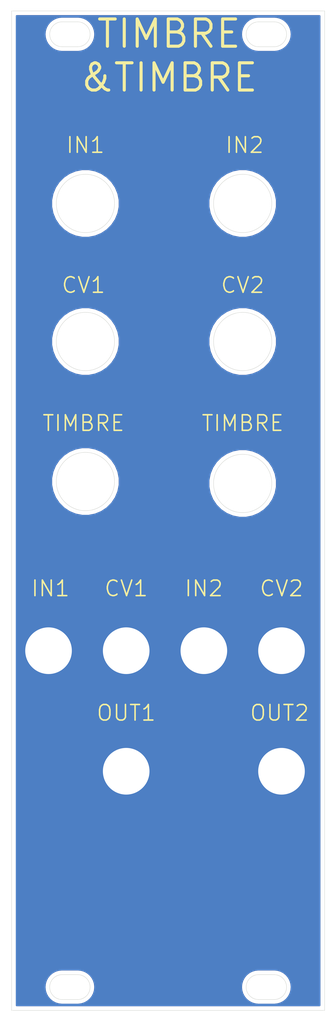
<source format=kicad_pcb>
(kicad_pcb (version 20171130) (host pcbnew "(5.1.5-0)")

  (general
    (thickness 1.6)
    (drawings 795)
    (tracks 0)
    (zones 0)
    (modules 7)
    (nets 2)
  )

  (page A4)
  (layers
    (0 F.Cu signal)
    (31 B.Cu signal)
    (32 B.Adhes user hide)
    (33 F.Adhes user)
    (34 B.Paste user hide)
    (35 F.Paste user hide)
    (36 B.SilkS user)
    (37 F.SilkS user)
    (38 B.Mask user)
    (39 F.Mask user)
    (40 Dwgs.User user hide)
    (41 Cmts.User user hide)
    (42 Eco1.User user hide)
    (43 Eco2.User user hide)
    (44 Edge.Cuts user)
    (45 Margin user hide)
    (46 B.CrtYd user hide)
    (47 F.CrtYd user hide)
    (48 B.Fab user hide)
    (49 F.Fab user hide)
  )

  (setup
    (last_trace_width 0.25)
    (trace_clearance 0.2)
    (zone_clearance 0.508)
    (zone_45_only no)
    (trace_min 0.2)
    (via_size 0.8)
    (via_drill 0.4)
    (via_min_size 0.4)
    (via_min_drill 0.3)
    (uvia_size 0.3)
    (uvia_drill 0.1)
    (uvias_allowed no)
    (uvia_min_size 0.2)
    (uvia_min_drill 0.1)
    (edge_width 0.05)
    (segment_width 0.2)
    (pcb_text_width 0.3)
    (pcb_text_size 1.5 1.5)
    (mod_edge_width 0.12)
    (mod_text_size 1 1)
    (mod_text_width 0.15)
    (pad_size 6.4 6.4)
    (pad_drill 6.35)
    (pad_to_mask_clearance 0.051)
    (solder_mask_min_width 0.25)
    (aux_axis_origin 0 0)
    (visible_elements FFFFFF7F)
    (pcbplotparams
      (layerselection 0x010fc_ffffffff)
      (usegerberextensions false)
      (usegerberattributes false)
      (usegerberadvancedattributes false)
      (creategerberjobfile false)
      (excludeedgelayer true)
      (linewidth 0.100000)
      (plotframeref false)
      (viasonmask false)
      (mode 1)
      (useauxorigin false)
      (hpglpennumber 1)
      (hpglpenspeed 20)
      (hpglpendiameter 15.000000)
      (psnegative false)
      (psa4output false)
      (plotreference true)
      (plotvalue true)
      (plotinvisibletext false)
      (padsonsilk false)
      (subtractmaskfromsilk false)
      (outputformat 1)
      (mirror false)
      (drillshape 0)
      (scaleselection 1)
      (outputdirectory "Gerbs/"))
  )

  (net 0 "")
  (net 1 GND)

  (net_class Default "This is the default net class."
    (clearance 0.2)
    (trace_width 0.25)
    (via_dia 0.8)
    (via_drill 0.4)
    (uvia_dia 0.3)
    (uvia_drill 0.1)
    (add_net GND)
  )

  (module "custom footprints:nlclogoxsmall" (layer F.Cu) (tedit 5FF7F428) (tstamp 5FFB020D)
    (at 20.75 121.5)
    (fp_text reference REF** (at 0.25 2.325) (layer F.SilkS) hide
      (effects (font (size 1 1) (thickness 0.15)))
    )
    (fp_text value nlclogoxsmall (at -0.2 4.75) (layer F.Fab)
      (effects (font (size 1 1) (thickness 0.15)))
    )
    (fp_line (start -5.35 0.725) (end -7.025 2.8) (layer F.Mask) (width 0.3))
    (fp_line (start -7.4 -0.7) (end -5.35 0.725) (layer F.Mask) (width 0.3))
    (fp_line (start -5.625 -2.9) (end -7.4 -0.7) (layer F.Mask) (width 0.3))
    (fp_circle (center -6.25 0) (end -3.25 0) (layer F.Mask) (width 0.3))
    (fp_circle (center -6.275 0.025) (end -3.108772 0.025) (layer F.Mask) (width 0.3))
    (fp_curve (pts (xy -6.350128 0.083982) (xy -7.000121 -0.352587) (xy -7.374288 -0.615955) (xy -7.388338 -0.64679)) (layer F.Mask) (width 0.0008))
    (fp_curve (pts (xy -5.34068 0.780773) (xy -5.336942 0.772949) (xy -5.791194 0.459392) (xy -6.350128 0.083982)) (layer F.Mask) (width 0.0008))
    (fp_curve (pts (xy -6.158504 1.779998) (xy -5.712439 1.238249) (xy -5.344418 0.788598) (xy -5.34068 0.780773)) (layer F.Mask) (width 0.0008))
    (fp_line (start 1.45066 0.185001) (end -0.804979 0.185001) (layer F.Mask) (width 0.3))
    (fp_curve (pts (xy -8.431133 2.266906) (xy -8.917478 1.79709) (xy -9.197053 1.292384) (xy -9.34825 0.611274)) (layer F.Mask) (width 0.0008))
    (fp_curve (pts (xy -9.242901 -0.998286) (xy -8.936495 -1.937376) (xy -8.159532 -2.710715) (xy -7.229352 -3.002447)) (layer F.Mask) (width 0.0008))
    (fp_curve (pts (xy -6.562887 3.124661) (xy -6.968479 3.082271) (xy -7.319011 2.978828) (xy -7.683911 2.793842)) (layer F.Mask) (width 0.0008))
    (fp_curve (pts (xy -9.34825 0.611274) (xy -9.385209 0.444779) (xy -9.39182 0.352793) (xy -9.391823 0.005)) (layer F.Mask) (width 0.0008))
    (fp_line (start 4.864564 1.827938) (end 4.864575 1.827934) (layer F.Mask) (width 0.0008))
    (fp_curve (pts (xy 8.797457 1.243669) (xy 8.751551 1.492811) (xy 8.584562 1.701542) (xy 8.365612 1.783461)) (layer F.Mask) (width 0.3))
    (fp_curve (pts (xy 8.787888 1.041594) (xy 8.817328 1.103636) (xy 8.818543 1.129259) (xy 8.797457 1.243669)) (layer F.Mask) (width 0.3))
    (fp_curve (pts (xy 8.474561 0.983461) (xy 8.573384 0.884636) (xy 8.726925 0.913123) (xy 8.787888 1.041594)) (layer F.Mask) (width 0.3))
    (fp_curve (pts (xy 8.416099 1.110315) (xy 8.416099 1.06139) (xy 8.43274 1.025282) (xy 8.474561 0.983461)) (layer F.Mask) (width 0.3))
    (fp_curve (pts (xy 8.255912 1.387892) (xy 8.337951 1.343895) (xy 8.416099 1.208476) (xy 8.416099 1.110315)) (layer F.Mask) (width 0.3))
    (fp_curve (pts (xy 7.600418 1.424999) (xy 8.13329 1.424999) (xy 8.193029 1.42162) (xy 8.255912 1.387892)) (layer F.Mask) (width 0.3))
    (fp_curve (pts (xy 6.853031 1.290484) (xy 6.935525 1.42317) (xy 6.945686 1.424999) (xy 7.600418 1.424999)) (layer F.Mask) (width 0.3))
    (fp_line (start 6.989252 -1.214999) (end 6.90407 -1.126099) (layer F.Mask) (width 0.0008))
    (fp_line (start 7.589721 -1.214999) (end 6.989252 -1.214999) (layer F.Mask) (width 0.3))
    (fp_curve (pts (xy 6.806395 -0.951099) (xy 6.799524 -0.903743) (xy 6.796644 -0.396999) (xy 6.8 0.175)) (layer F.Mask) (width 0.3))
    (fp_curve (pts (xy 6.90407 -1.126099) (xy 6.840257 -1.0595) (xy 6.815755 -1.0156) (xy 6.806395 -0.951099)) (layer F.Mask) (width 0.3))
    (fp_line (start 6.406109 -1.064998) (end 6.469597 -1.199012) (layer F.Mask) (width 0.3))
    (fp_line (start 6.400315 0.062166) (end 6.406109 -1.064998) (layer F.Mask) (width 0.3))
    (fp_curve (pts (xy 8.25631 -1.169998) (xy 8.191369 -1.214198) (xy 8.179507 -1.214999) (xy 7.589721 -1.214999)) (layer F.Mask) (width 0.3))
    (fp_curve (pts (xy 8.408223 -0.944529) (xy 8.395258 -1.037666) (xy 8.348261 -1.107418) (xy 8.25631 -1.169998)) (layer F.Mask) (width 0.3))
    (fp_curve (pts (xy 8.519406 -0.743292) (xy 8.455467 -0.776358) (xy 8.42361 -0.834017) (xy 8.408223 -0.944529)) (layer F.Mask) (width 0.3))
    (fp_curve (pts (xy 8.740792 -0.773451) (xy 8.668923 -0.709135) (xy 8.602863 -0.700136) (xy 8.519406 -0.743292)) (layer F.Mask) (width 0.3))
    (fp_curve (pts (xy 8.804293 -0.95845) (xy 8.805994 -0.839805) (xy 8.802026 -0.828251) (xy 8.740792 -0.773451)) (layer F.Mask) (width 0.3))
    (fp_curve (pts (xy 8.411334 -1.551288) (xy 8.629438 -1.44476) (xy 8.801034 -1.185882) (xy 8.804293 -0.95845)) (layer F.Mask) (width 0.3))
    (fp_curve (pts (xy 7.499276 -1.631751) (xy 8.096171 -1.639246) (xy 8.261026 -1.624699) (xy 8.411334 -1.551288)) (layer F.Mask) (width 0.3))
    (fp_curve (pts (xy 6.832179 -1.571498) (xy 6.945583 -1.624559) (xy 6.948662 -1.624838) (xy 7.499276 -1.631751)) (layer F.Mask) (width 0.3))
    (fp_curve (pts (xy 6.469597 -1.199012) (xy 6.547547 -1.363554) (xy 6.681195 -1.500854) (xy 6.832179 -1.571498)) (layer F.Mask) (width 0.3))
    (fp_line (start 5.116105 1.424999) (end 5.786105 1.424999) (layer F.Mask) (width 0.3))
    (fp_line (start 5.116105 -0.034684) (end 5.116105 1.424999) (layer F.Mask) (width 0.3))
    (fp_line (start 5.116105 -1.494367) (end 5.116105 -0.034684) (layer F.Mask) (width 0.3))
    (fp_line (start 5.059776 -1.55741) (end 5.116105 -1.494367) (layer F.Mask) (width 0.0008))
    (fp_curve (pts (xy 6.425314 1.295242) (xy 6.398885 1.20433) (xy 6.395345 1.029704) (xy 6.400315 0.062166)) (layer F.Mask) (width 0.3))
    (fp_curve (pts (xy 6.456104 1.413077) (xy 6.456104 1.406524) (xy 6.442249 1.353494) (xy 6.425314 1.295242)) (layer F.Mask) (width 0.0008))
    (fp_curve (pts (xy 5.786105 1.424999) (xy 6.154605 1.424999) (xy 6.456104 1.419636) (xy 6.456104 1.413077)) (layer F.Mask) (width 0.3))
    (fp_line (start 4.716105 -1.494367) (end 4.772434 -1.55741) (layer F.Mask) (width 0.3))
    (fp_line (start 4.716105 -0.283017) (end 4.716105 -1.494367) (layer F.Mask) (width 0.3))
    (fp_curve (pts (xy 4.916105 -1.620452) (xy 4.988843 -1.620452) (xy 5.012867 -1.609908) (xy 5.059776 -1.55741)) (layer F.Mask) (width 0.3))
    (fp_curve (pts (xy 4.772434 -1.55741) (xy 4.819344 -1.609911) (xy 4.843368 -1.620452) (xy 4.916105 -1.620452)) (layer F.Mask) (width 0.3))
    (fp_line (start 2.706109 1.702388) (end 2.700054 0.168695) (layer F.Mask) (width 0.3))
    (fp_line (start 2.764851 1.763693) (end 2.706109 1.702388) (layer F.Mask) (width 0.3))
    (fp_curve (pts (xy 4.698018 0.921666) (xy 4.708676 0.925589) (xy 4.716105 0.430752) (xy 4.716105 -0.283017)) (layer F.Mask) (width 0.3))
    (fp_curve (pts (xy 3.885791 -0.285) (xy 4.322567 0.375) (xy 4.688069 0.917999) (xy 4.698018 0.921666)) (layer F.Mask) (width 0.3))
    (fp_curve (pts (xy 3.033564 -1.539998) (xy 3.065513 -1.509748) (xy 3.449015 -0.944999) (xy 3.885791 -0.285)) (layer F.Mask) (width 0.3))
    (fp_curve (pts (xy 2.715536 -1.438925) (xy 2.760139 -1.59205) (xy 2.923692 -1.644029) (xy 3.033564 -1.539998)) (layer F.Mask) (width 0.3))
    (fp_curve (pts (xy 2.700054 0.168695) (xy 2.695893 -0.884664) (xy 2.700735 -1.388151) (xy 2.715536 -1.438925)) (layer F.Mask) (width 0.3))
    (fp_line (start 3.126109 -0.703247) (end 3.116109 0.497819) (layer F.Mask) (width 0.3))
    (fp_line (start 3.942295 0.52885) (end 3.126109 -0.703247) (layer F.Mask) (width 0.3))
    (fp_curve (pts (xy 2.904851 1.824363) (xy 2.839826 1.824816) (xy 2.811858 1.812752) (xy 2.764851 1.763693)) (layer F.Mask) (width 0.3))
    (fp_curve (pts (xy 3.016109 1.799362) (xy 2.999609 1.812762) (xy 2.949543 1.824012) (xy 2.904851 1.824363)) (layer F.Mask) (width 0.3))
    (fp_curve (pts (xy 3.116109 0.497819) (xy 3.105518 1.769228) (xy 3.108999 1.72392) (xy 3.016109 1.799362)) (layer F.Mask) (width 0.3))
    (fp_line (start -6.158513 1.779998) (end -6.158504 1.779998) (layer F.Mask) (width 0.0008))
    (fp_curve (pts (xy 4.792293 1.790907) (xy 4.773696 1.774429) (xy 4.391196 1.206502) (xy 3.942295 0.52885)) (layer F.Mask) (width 0.3))
    (fp_curve (pts (xy 4.864575 1.827934) (xy 4.843418 1.824045) (xy 4.810891 1.807387) (xy 4.792293 1.790907)) (layer F.Mask) (width 0.0008))
    (fp_line (start -5.682896 -2.824997) (end -5.748394 -2.84115) (layer F.Mask) (width 0.0008))
    (fp_line (start -6.52467 -1.804998) (end -5.682896 -2.824997) (layer F.Mask) (width 0.0008))
    (fp_curve (pts (xy -7.001716 2.763746) (xy -6.982778 2.764427) (xy -6.635871 2.359754) (xy -6.158513 1.779998)) (layer F.Mask) (width 0.0008))
    (fp_curve (pts (xy -7.554765 2.553688) (xy -7.345994 2.657119) (xy -7.072511 2.760991) (xy -7.001716 2.763746)) (layer F.Mask) (width 0.0008))
    (fp_curve (pts (xy -8.3245 1.99201) (xy -8.14105 2.186477) (xy -7.81344 2.425535) (xy -7.554765 2.553688)) (layer F.Mask) (width 0.0008))
    (fp_curve (pts (xy -9.058692 0.651357) (xy -8.922302 1.190973) (xy -8.703842 1.589887) (xy -8.3245 1.99201)) (layer F.Mask) (width 0.0008))
    (fp_curve (pts (xy -9.113633 0.015001) (xy -9.113395 0.406039) (xy -9.109606 0.449919) (xy -9.058692 0.651357)) (layer F.Mask) (width 0.0008))
    (fp_curve (pts (xy -9.077306 -0.571307) (xy -9.106373 -0.439172) (xy -9.113837 -0.3187) (xy -9.113633 0.015001)) (layer F.Mask) (width 0.0008))
    (fp_curve (pts (xy -8.320334 -2.006005) (xy -8.712515 -1.59314) (xy -8.952642 -1.138026) (xy -9.077306 -0.571307)) (layer F.Mask) (width 0.0008))
    (fp_curve (pts (xy -6.627183 -2.856505) (xy -7.275907 -2.764695) (xy -7.895104 -2.453661) (xy -8.320334 -2.006005)) (layer F.Mask) (width 0.0008))
    (fp_curve (pts (xy -5.748394 -2.84115) (xy -5.869794 -2.871088) (xy -6.452229 -2.881266) (xy -6.627183 -2.856505)) (layer F.Mask) (width 0.0008))
    (fp_line (start -6.562887 3.124662) (end -6.562887 3.124662) (layer F.Mask) (width 0.0008))
    (fp_curve (pts (xy -7.388378 -0.739999) (xy -7.376314 -0.76475) (xy -6.987645 -1.243998) (xy -6.52467 -1.804998)) (layer F.Mask) (width 0.0008))
    (fp_curve (pts (xy -7.388338 -0.64679) (xy -7.404277 -0.681774) (xy -7.404286 -0.707344) (xy -7.388378 -0.739999)) (layer F.Mask) (width 0.0008))
    (fp_line (start 1.503388 0.132274) (end 1.45066 0.185001) (layer F.Mask) (width 0.0008))
    (fp_curve (pts (xy -4.906782 2.843488) (xy -5.394308 3.073453) (xy -6.026268 3.180746) (xy -6.562887 3.124662)) (layer F.Mask) (width 0.0008))
    (fp_curve (pts (xy -3.468298 1.469175) (xy -3.76531 2.038606) (xy -4.31618 2.564902) (xy -4.906782 2.843488)) (layer F.Mask) (width 0.0008))
    (fp_curve (pts (xy -3.123886 0.296126) (xy -3.123886 0.559005) (xy -3.29172 1.130639) (xy -3.468298 1.469175)) (layer F.Mask) (width 0.3))
    (fp_curve (pts (xy -3.09225 0.197141) (xy -3.114377 0.205634) (xy -3.123886 0.235384) (xy -3.123886 0.296126)) (layer F.Mask) (width 0.0008))
    (fp_curve (pts (xy -0.804979 0.185001) (xy -2.045579 0.185001) (xy -3.074851 0.190466) (xy -3.09225 0.197141)) (layer F.Mask) (width 0.3))
    (fp_line (start 1.459579 -0.164998) (end 1.507844 -0.108883) (layer F.Mask) (width 0.0008))
    (fp_line (start -0.827153 -0.174999) (end 1.459579 -0.164998) (layer F.Mask) (width 0.3))
    (fp_line (start -3.113886 -0.184999) (end -0.827153 -0.174999) (layer F.Mask) (width 0.3))
    (fp_line (start -3.126661 -0.327961) (end -3.113886 -0.184999) (layer F.Mask) (width 0.0008))
    (fp_curve (pts (xy 1.507844 -0.108883) (xy 1.573758 -0.032251) (xy 1.571983 0.063674) (xy 1.503388 0.132274)) (layer F.Mask) (width 0.3))
    (fp_curve (pts (xy -4.039367 -2.249119) (xy -3.523656 -1.728867) (xy -3.188879 -1.024193) (xy -3.126661 -0.327961)) (layer F.Mask) (width 0.3))
    (fp_curve (pts (xy -5.630597 -3.09894) (xy -5.011856 -2.965011) (xy -4.453321 -2.666717) (xy -4.039367 -2.249119)) (layer F.Mask) (width 0.0008))
    (fp_curve (pts (xy -6.243883 -3.142942) (xy -5.896386 -3.142942) (xy -5.802894 -3.136229) (xy -5.630597 -3.09894)) (layer F.Mask) (width 0.0008))
    (fp_curve (pts (xy -7.229352 -3.002447) (xy -6.861088 -3.117945) (xy -6.685753 -3.142942) (xy -6.243883 -3.142942)) (layer F.Mask) (width 0.0008))
    (fp_curve (pts (xy -9.391823 0.005) (xy -9.391825 -0.446385) (xy -9.365828 -0.621533) (xy -9.242901 -0.998286)) (layer F.Mask) (width 0.0008))
    (fp_curve (pts (xy -7.683911 2.793842) (xy -7.974639 2.646459) (xy -8.210152 2.480376) (xy -8.431133 2.266906)) (layer F.Mask) (width 0.0008))
    (fp_curve (pts (xy 6.580047 1.829536) (xy 5.657688 1.832541) (xy 4.885721 1.831816) (xy 4.864564 1.827938)) (layer F.Mask) (width 0.3))
    (fp_curve (pts (xy 8.365612 1.783461) (xy 8.260146 1.822922) (xy 8.209457 1.82423) (xy 6.580047 1.829536)) (layer F.Mask) (width 0.3))
    (fp_line (start 6.8061 1.214999) (end 6.853031 1.290484) (layer F.Mask) (width 0.0008))
    (fp_line (start 6.8 0.175) (end 6.8061 1.214999) (layer F.Mask) (width 0.3))
  )

  (module "custom footprints:6mm_mounting_hole_thonkiconn" (layer F.Cu) (tedit 5FF4E2DD) (tstamp 5FFAF906)
    (at 34.75 97.75)
    (descr "Through hole straight socket strip, 1x01, 2.54mm pitch, single row (from Kicad 4.0.7), script generated")
    (tags "Through hole socket strip THT 1x01 2.54mm single row")
    (path /608AC9A1)
    (fp_text reference TP1 (at 0 -2.77) (layer F.SilkS) hide
      (effects (font (size 1 1) (thickness 0.15)))
    )
    (fp_text value TestPoint (at 0 2.77) (layer F.Fab)
      (effects (font (size 1 1) (thickness 0.15)))
    )
    (pad 1 thru_hole circle (at 0 0) (size 6.1 6.1) (drill 6) (layers *.Cu *.Mask)
      (net 1 GND))
    (model ${KISYS3DMOD}/Connector_PinSocket_2.54mm.3dshapes/PinSocket_1x01_P2.54mm_Vertical.wrl
      (at (xyz 0 0 0))
      (scale (xyz 1 1 1))
      (rotate (xyz 0 0 0))
    )
  )

  (module "custom footprints:6mm_mounting_hole_thonkiconn" (layer F.Cu) (tedit 5FF4E2DD) (tstamp 5FFAF8F6)
    (at 14.75 97.75)
    (descr "Through hole straight socket strip, 1x01, 2.54mm pitch, single row (from Kicad 4.0.7), script generated")
    (tags "Through hole socket strip THT 1x01 2.54mm single row")
    (path /608AC9A1)
    (fp_text reference TP1 (at 0 -2.77) (layer F.SilkS) hide
      (effects (font (size 1 1) (thickness 0.15)))
    )
    (fp_text value TestPoint (at 0 2.77) (layer F.Fab)
      (effects (font (size 1 1) (thickness 0.15)))
    )
    (pad 1 thru_hole circle (at 0 0) (size 6.1 6.1) (drill 6) (layers *.Cu *.Mask)
      (net 1 GND))
    (model ${KISYS3DMOD}/Connector_PinSocket_2.54mm.3dshapes/PinSocket_1x01_P2.54mm_Vertical.wrl
      (at (xyz 0 0 0))
      (scale (xyz 1 1 1))
      (rotate (xyz 0 0 0))
    )
  )

  (module "custom footprints:6mm_mounting_hole_thonkiconn" (layer F.Cu) (tedit 5FF4E2DD) (tstamp 5FFAF8E6)
    (at 4.75 82.25)
    (descr "Through hole straight socket strip, 1x01, 2.54mm pitch, single row (from Kicad 4.0.7), script generated")
    (tags "Through hole socket strip THT 1x01 2.54mm single row")
    (path /608AC9A1)
    (fp_text reference TP1 (at 0 -2.77) (layer F.SilkS) hide
      (effects (font (size 1 1) (thickness 0.15)))
    )
    (fp_text value TestPoint (at 0 2.77) (layer F.Fab)
      (effects (font (size 1 1) (thickness 0.15)))
    )
    (pad 1 thru_hole circle (at 0 0) (size 6.1 6.1) (drill 6) (layers *.Cu *.Mask)
      (net 1 GND))
    (model ${KISYS3DMOD}/Connector_PinSocket_2.54mm.3dshapes/PinSocket_1x01_P2.54mm_Vertical.wrl
      (at (xyz 0 0 0))
      (scale (xyz 1 1 1))
      (rotate (xyz 0 0 0))
    )
  )

  (module "custom footprints:6mm_mounting_hole_thonkiconn" (layer F.Cu) (tedit 5FF4E2DD) (tstamp 5FFAF8DE)
    (at 14.75 82.25)
    (descr "Through hole straight socket strip, 1x01, 2.54mm pitch, single row (from Kicad 4.0.7), script generated")
    (tags "Through hole socket strip THT 1x01 2.54mm single row")
    (path /608AC9A1)
    (fp_text reference TP1 (at 0 -2.77) (layer F.SilkS) hide
      (effects (font (size 1 1) (thickness 0.15)))
    )
    (fp_text value TestPoint (at 0 2.77) (layer F.Fab)
      (effects (font (size 1 1) (thickness 0.15)))
    )
    (pad 1 thru_hole circle (at 0 0) (size 6.1 6.1) (drill 6) (layers *.Cu *.Mask)
      (net 1 GND))
    (model ${KISYS3DMOD}/Connector_PinSocket_2.54mm.3dshapes/PinSocket_1x01_P2.54mm_Vertical.wrl
      (at (xyz 0 0 0))
      (scale (xyz 1 1 1))
      (rotate (xyz 0 0 0))
    )
  )

  (module "custom footprints:6mm_mounting_hole_thonkiconn" (layer F.Cu) (tedit 5FF4E2DD) (tstamp 5FFAF41C)
    (at 34.75 82.25)
    (descr "Through hole straight socket strip, 1x01, 2.54mm pitch, single row (from Kicad 4.0.7), script generated")
    (tags "Through hole socket strip THT 1x01 2.54mm single row")
    (path /608AC9A1)
    (fp_text reference TP1 (at 0 -2.77) (layer F.SilkS) hide
      (effects (font (size 1 1) (thickness 0.15)))
    )
    (fp_text value TestPoint (at 0 2.77) (layer F.Fab)
      (effects (font (size 1 1) (thickness 0.15)))
    )
    (pad 1 thru_hole circle (at 0 0) (size 6.1 6.1) (drill 6) (layers *.Cu *.Mask)
      (net 1 GND))
    (model ${KISYS3DMOD}/Connector_PinSocket_2.54mm.3dshapes/PinSocket_1x01_P2.54mm_Vertical.wrl
      (at (xyz 0 0 0))
      (scale (xyz 1 1 1))
      (rotate (xyz 0 0 0))
    )
  )

  (module "custom footprints:6mm_mounting_hole_thonkiconn" (layer F.Cu) (tedit 5FF4E2DD) (tstamp 5FFA96C0)
    (at 24.75 82.25)
    (descr "Through hole straight socket strip, 1x01, 2.54mm pitch, single row (from Kicad 4.0.7), script generated")
    (tags "Through hole socket strip THT 1x01 2.54mm single row")
    (path /608AC9A1)
    (fp_text reference TP1 (at 0 -2.77) (layer F.SilkS) hide
      (effects (font (size 1 1) (thickness 0.15)))
    )
    (fp_text value TestPoint (at 0 2.77) (layer F.Fab)
      (effects (font (size 1 1) (thickness 0.15)))
    )
    (pad 1 thru_hole circle (at 0 0) (size 6.1 6.1) (drill 6) (layers *.Cu *.Mask)
      (net 1 GND))
    (model ${KISYS3DMOD}/Connector_PinSocket_2.54mm.3dshapes/PinSocket_1x01_P2.54mm_Vertical.wrl
      (at (xyz 0 0 0))
      (scale (xyz 1 1 1))
      (rotate (xyz 0 0 0))
    )
  )

  (gr_line (start 4.5 82.25) (end 14.75 82.25) (layer F.Mask) (width 0.5))
  (gr_line (start 24.5 82.25) (end 34.75 82.25) (layer F.Mask) (width 0.5))
  (gr_line (start 34.384072 9.432266) (end 36.416307 9.432266) (layer Dwgs.User) (width 0.124481))
  (gr_curve (pts (xy 14.654453 94.024058) (xy 12.749233 94.024058) (xy 11.182718 95.590573) (xy 11.182718 97.538132)) (layer Dwgs.User) (width 0.124481))
  (gr_curve (pts (xy 18.168527 97.538132) (xy 18.168527 95.590573) (xy 16.602012 94.024058) (xy 14.654453 94.024058)) (layer Dwgs.User) (width 0.124481))
  (gr_curve (pts (xy 14.654453 101.009867) (xy 16.602012 101.009867) (xy 18.168527 99.443352) (xy 18.168527 97.538132)) (layer Dwgs.User) (width 0.124481))
  (gr_curve (pts (xy 11.182718 97.538132) (xy 11.182718 99.443352) (xy 12.749233 101.009867) (xy 14.654453 101.009867)) (layer Dwgs.User) (width 0.124481))
  (gr_line (start 34.384072 11.422163) (end 37.093718 11.422163) (layer Dwgs.User) (width 0.124481))
  (gr_line (start 34.384072 7.40003) (end 34.384072 11.422163) (layer Dwgs.User) (width 0.124481))
  (gr_line (start 37.093718 7.40003) (end 34.384072 7.40003) (layer Dwgs.User) (width 0.124481))
  (gr_line (start 30.997012 9.432266) (end 33.029247 11.422163) (layer Dwgs.User) (width 0.124481))
  (gr_line (start 32.351836 9.432266) (end 30.3196 9.432266) (layer Dwgs.User) (width 0.124481))
  (gr_line (start 32.351836 9.432266) (end 32.351836 9.432266) (layer Dwgs.User) (width 0.124481))
  (gr_line (start 32.351836 9.432266) (end 32.351836 9.432266) (layer Dwgs.User) (width 0.124481))
  (gr_line (start 33.029247 8.754854) (end 33.029247 8.754854) (layer Dwgs.User) (width 0.124481))
  (gr_line (start 26.636168 22.641792) (end 26.212791 23.361545) (layer Dwgs.User) (width 0.124481))
  (gr_line (start 27.144238 22.04906) (end 26.636168 22.641792) (layer Dwgs.User) (width 0.124481))
  (gr_line (start 27.82165 21.583336) (end 27.144238 22.04906) (layer Dwgs.User) (width 0.124481))
  (gr_line (start 28.541392 21.286972) (end 27.82165 21.583336) (layer Dwgs.User) (width 0.124481))
  (gr_line (start 29.303483 21.117619) (end 28.541392 21.286972) (layer Dwgs.User) (width 0.124481))
  (gr_line (start 30.107904 21.117619) (end 29.303483 21.117619) (layer Dwgs.User) (width 0.124481))
  (gr_line (start 30.869992 21.32931) (end 30.107904 21.117619) (layer Dwgs.User) (width 0.124481))
  (gr_line (start 31.58975 21.668016) (end 30.869992 21.32931) (layer Dwgs.User) (width 0.124481))
  (gr_line (start 32.055468 74.887176) (end 32.055468 74.887176) (layer Dwgs.User) (width 0.124481))
  (gr_curve (pts (xy 32.055468 73.574691) (xy 32.055468 73.405338) (xy 32.224821 73.278324) (xy 32.394173 73.278324)) (layer Dwgs.User) (width 0.124481))
  (gr_line (start 32.394173 75.225883) (end 32.394173 75.225883) (layer Dwgs.User) (width 0.124481))
  (gr_line (start 33.029247 75.225883) (end 32.394173 75.225883) (layer Dwgs.User) (width 0.124481))
  (gr_line (start 36.924365 73.278324) (end 36.924365 73.278324) (layer Dwgs.User) (width 0.124481))
  (gr_line (start 36.289291 73.278324) (end 36.924365 73.278324) (layer Dwgs.User) (width 0.124481))
  (gr_line (start 36.289291 73.278324) (end 36.289291 73.278324) (layer Dwgs.User) (width 0.124481))
  (gr_line (start 36.289291 73.278324) (end 36.289291 73.278324) (layer Dwgs.User) (width 0.124481))
  (gr_curve (pts (xy 36.924365 73.278324) (xy 37.093718 73.278324) (xy 37.263071 73.405338) (xy 37.263071 73.574691)) (layer Dwgs.User) (width 0.124481))
  (gr_line (start 34.680438 75.225883) (end 35.315512 73.278324) (layer Dwgs.User) (width 0.124481))
  (gr_line (start 34.003027 73.278324) (end 34.680438 75.225883) (layer Dwgs.User) (width 0.124481))
  (gr_curve (pts (xy 35.950585 73.574691) (xy 35.950585 73.405338) (xy 36.119938 73.278324) (xy 36.289291 73.278324)) (layer Dwgs.User) (width 0.124481))
  (gr_line (start 33.029247 73.278324) (end 33.029247 73.278324) (layer Dwgs.User) (width 0.124481))
  (gr_line (start 32.394173 73.278324) (end 33.029247 73.278324) (layer Dwgs.User) (width 0.124481))
  (gr_line (start 32.394173 73.278324) (end 32.394173 73.278324) (layer Dwgs.User) (width 0.124481))
  (gr_line (start 32.394173 73.278324) (end 32.394173 73.278324) (layer Dwgs.User) (width 0.124481))
  (gr_curve (pts (xy 33.029247 73.278324) (xy 33.240938 73.278324) (xy 33.367953 73.405338) (xy 33.367953 73.574691)) (layer Dwgs.User) (width 0.124481))
  (gr_line (start 32.055468 73.574691) (end 32.055468 73.574691) (layer Dwgs.User) (width 0.124481))
  (gr_line (start 32.055468 74.887176) (end 32.055468 73.574691) (layer Dwgs.User) (width 0.124481))
  (gr_line (start 37.263071 89.1975) (end 37.263071 89.1975) (layer Dwgs.User) (width 0.124481))
  (gr_line (start 37.263071 89.1975) (end 37.263071 89.1975) (layer Dwgs.User) (width 0.124481))
  (gr_curve (pts (xy 37.898144 89.1975) (xy 38.067497 89.1975) (xy 38.23685 89.366853) (xy 38.23685 89.536206)) (layer Dwgs.User) (width 0.124481))
  (gr_line (start 35.654218 89.1975) (end 35.654218 91.145058) (layer Dwgs.User) (width 0.124481))
  (gr_curve (pts (xy 36.924365 89.536206) (xy 36.924365 89.366853) (xy 37.093718 89.1975) (xy 37.263071 89.1975)) (layer Dwgs.User) (width 0.124481))
  (gr_line (start 34.976806 89.1975) (end 36.289291 89.1975) (layer Dwgs.User) (width 0.124481))
  (gr_line (start 33.029247 90.806353) (end 33.029247 89.1975) (layer Dwgs.User) (width 0.124481))
  (gr_curve (pts (xy 38.23685 89.874911) (xy 38.23685 90.044264) (xy 38.067497 90.171279) (xy 37.898144 90.171279)) (layer Dwgs.User) (width 0.124481))
  (gr_line (start 37.898144 89.1975) (end 37.898144 89.1975) (layer Dwgs.User) (width 0.124481))
  (gr_line (start 37.263071 89.1975) (end 37.898144 89.1975) (layer Dwgs.User) (width 0.124481))
  (gr_line (start 10.928688 53.167662) (end 10.928688 53.167662) (layer Dwgs.User) (width 0.124481))
  (gr_curve (pts (xy 10.928688 53.506368) (xy 10.928688 53.675721) (xy 10.801674 53.802736) (xy 10.589983 53.802736)) (layer Dwgs.User) (width 0.124481))
  (gr_line (start 10.589983 52.828956) (end 9.616204 52.828956) (layer Dwgs.User) (width 0.124481))
  (gr_line (start 10.589983 52.828956) (end 10.589983 52.828956) (layer Dwgs.User) (width 0.124481))
  (gr_line (start 30.361938 119.723369) (end 33.071583 123.787837) (layer Dwgs.User) (width 0.124481))
  (gr_line (start 30.361938 123.787837) (end 30.361938 119.723369) (layer Dwgs.User) (width 0.124481))
  (gr_curve (pts (xy 37.982821 123.110426) (xy 37.982821 123.449132) (xy 37.686453 123.787837) (xy 37.305409 123.787837)) (layer Dwgs.User) (width 0.124481))
  (gr_line (start 13.511321 52.828956) (end 14.4851 52.828956) (layer Dwgs.User) (width 0.124481))
  (gr_line (start 13.511321 53.802736) (end 14.823806 53.802736) (layer Dwgs.User) (width 0.124481))
  (gr_line (start 13.511321 51.855177) (end 13.511321 53.802736) (layer Dwgs.User) (width 0.124481))
  (gr_line (start 14.823806 51.855177) (end 13.511321 51.855177) (layer Dwgs.User) (width 0.124481))
  (gr_line (start 11.902468 52.828956) (end 12.876248 53.802736) (layer Dwgs.User) (width 0.124481))
  (gr_line (start 12.537541 52.828956) (end 11.563763 52.828956) (layer Dwgs.User) (width 0.124481))
  (gr_line (start 12.537541 52.828956) (end 12.537541 52.828956) (layer Dwgs.User) (width 0.124481))
  (gr_line (start 12.876248 52.193883) (end 12.876248 52.532589) (layer Dwgs.User) (width 0.124481))
  (gr_line (start 12.876248 52.193883) (end 12.876248 52.193883) (layer Dwgs.User) (width 0.124481))
  (gr_curve (pts (xy 12.876248 52.532589) (xy 12.876248 52.701942) (xy 12.706894 52.828956) (xy 12.537541 52.828956)) (layer Dwgs.User) (width 0.124481))
  (gr_line (start 30.912335 35.936001) (end 32.224821 35.936001) (layer Dwgs.User) (width 0.124481))
  (gr_line (start 30.912335 35.300927) (end 30.912335 35.936001) (layer Dwgs.User) (width 0.124481))
  (gr_curve (pts (xy 7.414615 0.922281) (xy 6.313821 0.922281) (xy 5.38238 1.811383) (xy 5.38238 2.954516)) (layer Dwgs.User) (width 0.124481))
  (gr_line (start 31.886115 34.962221) (end 31.886115 34.962221) (layer Dwgs.User) (width 0.124481))
  (gr_line (start 31.886115 34.962221) (end 31.886115 34.962221) (layer Dwgs.User) (width 0.124481))
  (gr_curve (pts (xy 30.912335 35.300927) (xy 30.912335 35.131574) (xy 31.081688 34.962221) (xy 31.251041 34.962221)) (layer Dwgs.User) (width 0.124481))
  (gr_line (start 32.224821 34.665854) (end 32.224821 34.665854) (layer Dwgs.User) (width 0.124481))
  (gr_line (start 31.251041 53.167662) (end 31.251041 53.506368) (layer Dwgs.User) (width 0.124481))
  (gr_line (start 31.251041 53.167662) (end 31.251041 53.167662) (layer Dwgs.User) (width 0.124481))
  (gr_curve (pts (xy 31.251041 53.506368) (xy 31.251041 53.675721) (xy 31.124026 53.802736) (xy 30.912335 53.802736)) (layer Dwgs.User) (width 0.124481))
  (gr_line (start 30.912335 52.828956) (end 29.938556 52.828956) (layer Dwgs.User) (width 0.124481))
  (gr_line (start 30.912335 52.828956) (end 30.912335 52.828956) (layer Dwgs.User) (width 0.124481))
  (gr_line (start 30.912335 52.828956) (end 30.912335 52.828956) (layer Dwgs.User) (width 0.124481))
  (gr_curve (pts (xy 30.912335 52.828956) (xy 31.124026 52.828956) (xy 31.251041 52.998309) (xy 31.251041 53.167662)) (layer Dwgs.User) (width 0.124481))
  (gr_curve (pts (xy 10.928688 52.532589) (xy 10.928688 52.701942) (xy 10.801674 52.828956) (xy 10.589983 52.828956)) (layer Dwgs.User) (width 0.124481))
  (gr_line (start 10.589983 51.855177) (end 10.589983 51.855177) (layer Dwgs.User) (width 0.124481))
  (gr_line (start 9.616204 51.855177) (end 10.589983 51.855177) (layer Dwgs.User) (width 0.124481))
  (gr_curve (pts (xy 10.589983 51.855177) (xy 10.801674 51.855177) (xy 10.928688 52.02453) (xy 10.928688 52.193883)) (layer Dwgs.User) (width 0.124481))
  (gr_line (start 8.98113 51.855177) (end 8.98113 53.802736) (layer Dwgs.User) (width 0.124481))
  (gr_line (start 8.346056 52.828956) (end 8.98113 51.855177) (layer Dwgs.User) (width 0.124481))
  (gr_line (start 7.668645 51.855177) (end 8.346056 52.828956) (layer Dwgs.User) (width 0.124481))
  (gr_line (start 7.668645 53.802736) (end 7.668645 51.855177) (layer Dwgs.User) (width 0.124481))
  (gr_line (start 6.059792 53.802736) (end 6.694865 53.802736) (layer Dwgs.User) (width 0.124481))
  (gr_line (start 6.398497 51.855177) (end 6.398497 53.802736) (layer Dwgs.User) (width 0.124481))
  (gr_line (start 6.059792 51.855177) (end 6.694865 51.855177) (layer Dwgs.User) (width 0.124481))
  (gr_line (start 4.450939 51.855177) (end 4.450939 53.802736) (layer Dwgs.User) (width 0.124481))
  (gr_line (start 3.815865 51.855177) (end 5.086012 51.855177) (layer Dwgs.User) (width 0.124481))
  (gr_line (start 10.928689 18.069265) (end 11.563763 18.069265) (layer Dwgs.User) (width 0.124481))
  (gr_line (start 11.267394 16.121707) (end 11.267394 18.069265) (layer Dwgs.User) (width 0.124481))
  (gr_line (start 10.928689 16.460413) (end 11.267394 16.121707) (layer Dwgs.User) (width 0.124481))
  (gr_line (start 9.954909 18.069265) (end 9.954909 16.121707) (layer Dwgs.User) (width 0.124481))
  (gr_line (start 8.642424 16.121707) (end 9.954909 18.069265) (layer Dwgs.User) (width 0.124481))
  (gr_line (start 8.642424 18.069265) (end 8.642424 16.121707) (layer Dwgs.User) (width 0.124481))
  (gr_curve (pts (xy 34.680438 78.528265) (xy 32.73288 78.528265) (xy 31.166365 80.094779) (xy 31.166365 82)) (layer Dwgs.User) (width 0.124481))
  (gr_curve (pts (xy 38.152174 82) (xy 38.152174 80.094779) (xy 36.585659 78.528265) (xy 34.680438 78.528265)) (layer Dwgs.User) (width 0.124481))
  (gr_curve (pts (xy 34.680438 85.514073) (xy 36.585659 85.514073) (xy 38.152174 83.947559) (xy 38.152174 82)) (layer Dwgs.User) (width 0.124481))
  (gr_curve (pts (xy 31.166365 82) (xy 31.166365 83.947559) (xy 32.73288 85.514073) (xy 34.680438 85.514073)) (layer Dwgs.User) (width 0.124481))
  (gr_line (start 11.182718 82) (end 11.182718 82) (layer Dwgs.User) (width 0.124481))
  (gr_curve (pts (xy 24.688615 78.528265) (xy 22.783394 78.528265) (xy 21.21688 80.094779) (xy 21.21688 82)) (layer Dwgs.User) (width 0.124481))
  (gr_curve (pts (xy 28.202688 82) (xy 28.202688 80.094779) (xy 26.636174 78.528265) (xy 24.688615 78.528265)) (layer Dwgs.User) (width 0.124481))
  (gr_curve (pts (xy 24.688615 85.514073) (xy 26.636174 85.514073) (xy 28.202688 83.947559) (xy 28.202688 82)) (layer Dwgs.User) (width 0.124481))
  (gr_line (start 32.224821 34.327148) (end 32.224821 34.665854) (layer Dwgs.User) (width 0.124481))
  (gr_line (start 32.224821 34.327148) (end 32.224821 34.327148) (layer Dwgs.User) (width 0.124481))
  (gr_curve (pts (xy 32.224821 34.665854) (xy 32.224821 34.835207) (xy 32.055468 34.962221) (xy 31.886115 34.962221)) (layer Dwgs.User) (width 0.124481))
  (gr_line (start 31.886115 33.988442) (end 31.886115 33.988442) (layer Dwgs.User) (width 0.124481))
  (gr_line (start 33.325618 25.055074) (end 33.283271 24.250648) (layer Dwgs.User) (width 0.124481))
  (gr_line (start 33.198608 25.859501) (end 33.325618 25.055074) (layer Dwgs.User) (width 0.124481))
  (gr_line (start 32.902224 26.579251) (end 33.198608 25.859501) (layer Dwgs.User) (width 0.124481))
  (gr_line (start 32.436517 27.214322) (end 32.902224 26.579251) (layer Dwgs.User) (width 0.124481))
  (gr_line (start 31.843769 27.764719) (end 32.436517 27.214322) (layer Dwgs.User) (width 0.124481))
  (gr_line (start 31.16636 28.188104) (end 31.843769 27.764719) (layer Dwgs.User) (width 0.124481))
  (gr_line (start 30.404269 28.44213) (end 31.16636 28.188104) (layer Dwgs.User) (width 0.124481))
  (gr_line (start 29.642196 28.52681) (end 30.404269 28.44213) (layer Dwgs.User) (width 0.124481))
  (gr_line (start 40.226755 128.445038) (end 40.226755 -0.051499) (layer Dwgs.User) (width 0.124481))
  (gr_line (start -0.079255 128.445038) (end 40.226755 128.445038) (layer Dwgs.User) (width 0.124481))
  (gr_line (start -0.079255 -0.051499) (end -0.079255 128.445038) (layer Dwgs.User) (width 0.124481))
  (gr_line (start 40.226755 -0.051499) (end -0.079255 -0.051499) (layer Dwgs.User) (width 0.124481))
  (gr_line (start 5.8481 125.481367) (end 5.8481 125.481367) (layer Dwgs.User) (width 0.124481))
  (gr_line (start 5.8481 2.954516) (end 5.8481 2.954516) (layer Dwgs.User) (width 0.124481))
  (gr_curve (pts (xy 7.414615 123.872514) (xy 6.56785 123.872514) (xy 5.8481 124.592264) (xy 5.8481 125.481367)) (layer Dwgs.User) (width 0.124481))
  (gr_curve (pts (xy 9.023468 125.481367) (xy 9.023468 124.592264) (xy 8.303718 123.872514) (xy 7.414615 123.872514)) (layer Dwgs.User) (width 0.124481))
  (gr_curve (pts (xy 7.414615 127.047882) (xy 8.303718 127.047882) (xy 9.023468 126.328132) (xy 9.023468 125.481367)) (layer Dwgs.User) (width 0.124481))
  (gr_curve (pts (xy 5.8481 125.481367) (xy 5.8481 126.328132) (xy 6.56785 127.047882) (xy 7.414615 127.047882)) (layer Dwgs.User) (width 0.124481))
  (gr_line (start 1.487262 82) (end 1.487262 82) (layer Dwgs.User) (width 0.124481))
  (gr_curve (pts (xy 7.414615 1.345663) (xy 6.56785 1.345663) (xy 5.8481 2.065413) (xy 5.8481 2.954516)) (layer Dwgs.User) (width 0.124481))
  (gr_curve (pts (xy 9.023468 2.954516) (xy 9.023468 2.065413) (xy 8.303718 1.345663) (xy 7.414615 1.345663)) (layer Dwgs.User) (width 0.124481))
  (gr_curve (pts (xy 7.414615 4.52103) (xy 8.303718 4.52103) (xy 9.023468 3.80128) (xy 9.023468 2.954516)) (layer Dwgs.User) (width 0.124481))
  (gr_curve (pts (xy 5.8481 2.954516) (xy 5.8481 3.80128) (xy 6.56785 4.52103) (xy 7.414615 4.52103)) (layer Dwgs.User) (width 0.124481))
  (gr_line (start 31.462733 82) (end 31.462733 82) (layer Dwgs.User) (width 0.124481))
  (gr_curve (pts (xy 4.66263 78.824632) (xy 2.884424 78.824632) (xy 1.487262 80.264132) (xy 1.487262 82)) (layer Dwgs.User) (width 0.124481))
  (gr_curve (pts (xy 7.837997 82) (xy 7.837997 80.264132) (xy 6.440836 78.824632) (xy 4.66263 78.824632)) (layer Dwgs.User) (width 0.124481))
  (gr_curve (pts (xy 4.66263 85.217706) (xy 6.440836 85.217706) (xy 7.837997 83.778206) (xy 7.837997 82)) (layer Dwgs.User) (width 0.124481))
  (gr_curve (pts (xy 1.487262 82) (xy 1.487262 83.778206) (xy 2.884424 85.217706) (xy 4.66263 85.217706)) (layer Dwgs.User) (width 0.124481))
  (gr_line (start 21.513247 82) (end 21.513247 82) (layer Dwgs.User) (width 0.124481))
  (gr_curve (pts (xy 34.680438 78.824632) (xy 32.902233 78.824632) (xy 31.462733 80.264132) (xy 31.462733 82)) (layer Dwgs.User) (width 0.124481))
  (gr_curve (pts (xy 37.855806 82) (xy 37.855806 80.264132) (xy 36.416306 78.824632) (xy 34.680438 78.824632)) (layer Dwgs.User) (width 0.124481))
  (gr_curve (pts (xy 34.680438 85.217706) (xy 36.416306 85.217706) (xy 37.855806 83.778206) (xy 37.855806 82)) (layer Dwgs.User) (width 0.124481))
  (gr_curve (pts (xy 31.462733 82) (xy 31.462733 83.778206) (xy 32.902233 85.217706) (xy 34.680438 85.217706)) (layer Dwgs.User) (width 0.124481))
  (gr_line (start 11.479086 82) (end 11.479086 82) (layer Dwgs.User) (width 0.124481))
  (gr_curve (pts (xy 24.688615 78.824632) (xy 22.952747 78.824632) (xy 21.513247 80.264132) (xy 21.513247 82)) (layer Dwgs.User) (width 0.124481))
  (gr_curve (pts (xy 27.906321 82) (xy 27.906321 80.264132) (xy 26.46682 78.824632) (xy 24.688615 78.824632)) (layer Dwgs.User) (width 0.124481))
  (gr_curve (pts (xy 9.44685 2.954516) (xy 9.44685 1.811383) (xy 8.557747 0.922281) (xy 7.414615 0.922281)) (layer Dwgs.User) (width 0.124481))
  (gr_curve (pts (xy 7.414615 4.986751) (xy 8.557747 4.986751) (xy 9.44685 4.05531) (xy 9.44685 2.954516)) (layer Dwgs.User) (width 0.124481))
  (gr_curve (pts (xy 5.38238 2.954516) (xy 5.38238 4.05531) (xy 6.313821 4.986751) (xy 7.414615 4.986751)) (layer Dwgs.User) (width 0.124481))
  (gr_line (start 31.251041 34.962221) (end 31.251041 34.962221) (layer Dwgs.User) (width 0.124481))
  (gr_line (start 31.886115 34.962221) (end 31.251041 34.962221) (layer Dwgs.User) (width 0.124481))
  (gr_line (start 12.410527 40.677883) (end 11.902465 40.042809) (layer Dwgs.User) (width 0.124481))
  (gr_line (start 12.791571 41.355295) (end 12.410527 40.677883) (layer Dwgs.User) (width 0.124481))
  (gr_line (start 12.960921 42.117383) (end 12.791571 41.355295) (layer Dwgs.User) (width 0.124481))
  (gr_curve (pts (xy 10.589983 52.828956) (xy 10.801674 52.828956) (xy 10.928688 52.998309) (xy 10.928688 53.167662)) (layer Dwgs.User) (width 0.124481))
  (gr_line (start 10.928688 52.193883) (end 10.928688 52.532589) (layer Dwgs.User) (width 0.124481))
  (gr_line (start 10.928688 52.193883) (end 10.928688 52.193883) (layer Dwgs.User) (width 0.124481))
  (gr_line (start 12.87625 25.859501) (end 13.00326 25.055074) (layer Dwgs.User) (width 0.124481))
  (gr_line (start 12.579877 26.579251) (end 12.87625 25.859501) (layer Dwgs.User) (width 0.124481))
  (gr_line (start 12.114162 27.214322) (end 12.579877 26.579251) (layer Dwgs.User) (width 0.124481))
  (gr_line (start 11.521421 27.764719) (end 12.114162 27.214322) (layer Dwgs.User) (width 0.124481))
  (gr_line (start 13.00326 42.921807) (end 12.960921 42.117383) (layer Dwgs.User) (width 0.124481))
  (gr_line (start 12.87625 43.726236) (end 13.00326 42.921807) (layer Dwgs.User) (width 0.124481))
  (gr_line (start 12.579877 44.445986) (end 12.87625 43.726236) (layer Dwgs.User) (width 0.124481))
  (gr_line (start 12.114162 45.123398) (end 12.579877 44.445986) (layer Dwgs.User) (width 0.124481))
  (gr_line (start 11.521421 45.673792) (end 12.114162 45.123398) (layer Dwgs.User) (width 0.124481))
  (gr_line (start 10.84401 46.054836) (end 11.521421 45.673792) (layer Dwgs.User) (width 0.124481))
  (gr_line (start 10.081927 46.308871) (end 10.84401 46.054836) (layer Dwgs.User) (width 0.124481))
  (gr_line (start 30.869992 57.06278) (end 30.107904 56.893429) (layer Dwgs.User) (width 0.124481))
  (gr_line (start 31.58975 57.443824) (end 30.869992 57.06278) (layer Dwgs.User) (width 0.124481))
  (gr_line (start 32.224815 57.909547) (end 31.58975 57.443824) (layer Dwgs.User) (width 0.124481))
  (gr_line (start 32.732885 58.544618) (end 32.224815 57.909547) (layer Dwgs.User) (width 0.124481))
  (gr_line (start 33.113929 59.264368) (end 32.732885 58.544618) (layer Dwgs.User) (width 0.124481))
  (gr_line (start 33.283271 60.026459) (end 33.113929 59.264368) (layer Dwgs.User) (width 0.124481))
  (gr_line (start 33.325618 60.83088) (end 33.283271 60.026459) (layer Dwgs.User) (width 0.124481))
  (gr_line (start 33.198608 61.592968) (end 33.325618 60.83088) (layer Dwgs.User) (width 0.124481))
  (gr_line (start 32.902224 62.312718) (end 33.198608 61.592968) (layer Dwgs.User) (width 0.124481))
  (gr_line (start 32.436517 62.99013) (end 32.902224 62.312718) (layer Dwgs.User) (width 0.124481))
  (gr_line (start 31.843769 63.540532) (end 32.436517 62.99013) (layer Dwgs.User) (width 0.124481))
  (gr_line (start 31.16636 63.921576) (end 31.843769 63.540532) (layer Dwgs.User) (width 0.124481))
  (gr_line (start 30.404269 64.175603) (end 31.16636 63.921576) (layer Dwgs.User) (width 0.124481))
  (gr_line (start 29.642196 64.260282) (end 30.404269 64.175603) (layer Dwgs.User) (width 0.124481))
  (gr_line (start 9.15048 64.260282) (end 9.319838 64.260282) (layer Dwgs.User) (width 0.124481))
  (gr_line (start 8.346054 64.175603) (end 9.15048 64.260282) (layer Dwgs.User) (width 0.124481))
  (gr_line (start 7.626309 63.879238) (end 8.346054 64.175603) (layer Dwgs.User) (width 0.124481))
  (gr_line (start 6.948892 63.413515) (end 7.626309 63.879238) (layer Dwgs.User) (width 0.124481))
  (gr_line (start 6.398497 62.863121) (end 6.948892 63.413515) (layer Dwgs.User) (width 0.124481))
  (gr_line (start 5.975112 62.185709) (end 6.398497 62.863121) (layer Dwgs.User) (width 0.124481))
  (gr_line (start 5.721086 61.423621) (end 5.975112 62.185709) (layer Dwgs.User) (width 0.124481))
  (gr_line (start 5.594069 60.66153) (end 5.721086 61.423621) (layer Dwgs.User) (width 0.124481))
  (gr_line (start 5.678748 59.8571) (end 5.594069 60.66153) (layer Dwgs.User) (width 0.124481))
  (gr_line (start 5.890436 59.095012) (end 5.678748 59.8571) (layer Dwgs.User) (width 0.124481))
  (gr_line (start 6.313819 58.417601) (end 5.890436 59.095012) (layer Dwgs.User) (width 0.124481))
  (gr_line (start 6.821883 57.824868) (end 6.313819 58.417601) (layer Dwgs.User) (width 0.124481))
  (gr_line (start 7.499292 57.359145) (end 6.821883 57.824868) (layer Dwgs.User) (width 0.124481))
  (gr_line (start 8.219042 57.020439) (end 7.499292 57.359145) (layer Dwgs.User) (width 0.124481))
  (gr_line (start 8.981132 56.893429) (end 8.219042 57.020439) (layer Dwgs.User) (width 0.124481))
  (gr_line (start 10.84401 28.188104) (end 11.521421 27.764719) (layer Dwgs.User) (width 0.124481))
  (gr_line (start 10.081927 28.44213) (end 10.84401 28.188104) (layer Dwgs.User) (width 0.124481))
  (gr_line (start 9.319838 28.52681) (end 10.081927 28.44213) (layer Dwgs.User) (width 0.124481))
  (gr_line (start 29.472838 46.393542) (end 29.642196 46.393542) (layer Dwgs.User) (width 0.124481))
  (gr_line (start 28.668401 46.266533) (end 29.472838 46.393542) (layer Dwgs.User) (width 0.124481))
  (gr_line (start 27.948659 46.012498) (end 28.668401 46.266533) (layer Dwgs.User) (width 0.124481))
  (gr_line (start 27.271247 45.546783) (end 27.948659 46.012498) (layer Dwgs.User) (width 0.124481))
  (gr_line (start 26.720848 44.99638) (end 27.271247 45.546783) (layer Dwgs.User) (width 0.124481))
  (gr_line (start 26.29747 44.318968) (end 26.720848 44.99638) (layer Dwgs.User) (width 0.124481))
  (gr_line (start 26.043436 43.55688) (end 26.29747 44.318968) (layer Dwgs.User) (width 0.124481))
  (gr_line (start 25.916427 42.752459) (end 26.043436 43.55688) (layer Dwgs.User) (width 0.124481))
  (gr_line (start 9.785554 56.893429) (end 8.981132 56.893429) (layer Dwgs.User) (width 0.124481))
  (gr_line (start 10.547642 57.06278) (end 9.785554 56.893429) (layer Dwgs.User) (width 0.124481))
  (gr_line (start 11.267392 57.443824) (end 10.547642 57.06278) (layer Dwgs.User) (width 0.124481))
  (gr_line (start 27.144238 57.824868) (end 26.636168 58.417601) (layer Dwgs.User) (width 0.124481))
  (gr_line (start 27.82165 57.359145) (end 27.144238 57.824868) (layer Dwgs.User) (width 0.124481))
  (gr_line (start 28.541392 57.020439) (end 27.82165 57.359145) (layer Dwgs.User) (width 0.124481))
  (gr_line (start 29.303483 56.893429) (end 28.541392 57.020439) (layer Dwgs.User) (width 0.124481))
  (gr_line (start 30.107904 56.893429) (end 29.303483 56.893429) (layer Dwgs.User) (width 0.124481))
  (gr_line (start 29.472838 64.260282) (end 29.642196 64.260282) (layer Dwgs.User) (width 0.124481))
  (gr_line (start 28.668401 64.175603) (end 29.472838 64.260282) (layer Dwgs.User) (width 0.124481))
  (gr_line (start 27.948659 63.879238) (end 28.668401 64.175603) (layer Dwgs.User) (width 0.124481))
  (gr_line (start 27.271247 63.413515) (end 27.948659 63.879238) (layer Dwgs.User) (width 0.124481))
  (gr_line (start 26.720848 62.863121) (end 27.271247 63.413515) (layer Dwgs.User) (width 0.124481))
  (gr_line (start 26.29747 62.185709) (end 26.720848 62.863121) (layer Dwgs.User) (width 0.124481))
  (gr_line (start 26.043436 61.423621) (end 26.29747 62.185709) (layer Dwgs.User) (width 0.124481))
  (gr_line (start 25.916427 60.66153) (end 26.043436 61.423621) (layer Dwgs.User) (width 0.124481))
  (gr_line (start 26.001105 59.8571) (end 25.916427 60.66153) (layer Dwgs.User) (width 0.124481))
  (gr_line (start 26.212791 59.095012) (end 26.001105 59.8571) (layer Dwgs.User) (width 0.124481))
  (gr_line (start 26.636168 58.417601) (end 26.212791 59.095012) (layer Dwgs.User) (width 0.124481))
  (gr_line (start 39.125953 5.24078) (end 36.416305 2.531133) (layer Dwgs.User) (width 0.124481))
  (gr_curve (pts (xy 36.416305 1.853722) (xy 36.416305 1.472678) (xy 36.712673 1.17631) (xy 37.093718 1.17631)) (layer Dwgs.User) (width 0.124481))
  (gr_line (start 32.351836 3.208545) (end 34.384072 3.208545) (layer Dwgs.User) (width 0.124481))
  (gr_line (start 32.351836 5.24078) (end 35.061483 5.24078) (layer Dwgs.User) (width 0.124481))
  (gr_line (start 32.351836 1.17631) (end 32.351836 5.24078) (layer Dwgs.User) (width 0.124481))
  (gr_line (start 35.061483 1.17631) (end 32.351836 1.17631) (layer Dwgs.User) (width 0.124481))
  (gr_line (start 11.563763 51.855177) (end 11.563763 53.802736) (layer Dwgs.User) (width 0.124481))
  (gr_line (start 9.616204 53.802736) (end 9.616204 51.855177) (layer Dwgs.User) (width 0.124481))
  (gr_line (start 10.589983 53.802736) (end 9.616204 53.802736) (layer Dwgs.User) (width 0.124481))
  (gr_line (start 10.589983 53.802736) (end 10.589983 53.802736) (layer Dwgs.User) (width 0.124481))
  (gr_line (start 10.928688 53.167662) (end 10.928688 53.506368) (layer Dwgs.User) (width 0.124481))
  (gr_line (start 26.339806 73.278324) (end 26.339806 73.278324) (layer Dwgs.User) (width 0.124481))
  (gr_curve (pts (xy 26.97488 73.278324) (xy 27.144233 73.278324) (xy 27.313586 73.405338) (xy 27.313586 73.574691)) (layer Dwgs.User) (width 0.124481))
  (gr_line (start 25.366027 75.225883) (end 25.366027 73.278324) (layer Dwgs.User) (width 0.124481))
  (gr_line (start 24.053541 73.278324) (end 25.366027 75.225883) (layer Dwgs.User) (width 0.124481))
  (gr_line (start 24.053541 75.225883) (end 24.053541 73.278324) (layer Dwgs.User) (width 0.124481))
  (gr_curve (pts (xy 26.0011 73.574691) (xy 26.0011 73.405338) (xy 26.128115 73.278324) (xy 26.339806 73.278324)) (layer Dwgs.User) (width 0.124481))
  (gr_line (start 22.444689 75.225883) (end 23.079762 75.225883) (layer Dwgs.User) (width 0.124481))
  (gr_line (start 22.741056 73.278324) (end 22.741056 75.225883) (layer Dwgs.User) (width 0.124481))
  (gr_line (start 22.444689 73.278324) (end 23.079762 73.278324) (layer Dwgs.User) (width 0.124481))
  (gr_line (start 24.688615 81.999997) (end 34.680438 81.999997) (layer Dwgs.User) (width 0.124481))
  (gr_line (start 4.66263 82.25) (end 14.654456 82.25) (layer Dwgs.User) (width 0.124481))
  (gr_line (start 5.38238 125.481367) (end 5.38238 125.481367) (layer Dwgs.User) (width 0.124481))
  (gr_line (start 5.38238 2.954516) (end 5.38238 2.954516) (layer Dwgs.User) (width 0.124481))
  (gr_curve (pts (xy 7.414615 123.449132) (xy 6.313821 123.449132) (xy 5.38238 124.338235) (xy 5.38238 125.481367)) (layer Dwgs.User) (width 0.124481))
  (gr_curve (pts (xy 9.44685 125.481367) (xy 9.44685 124.338235) (xy 8.557747 123.449132) (xy 7.414615 123.449132)) (layer Dwgs.User) (width 0.124481))
  (gr_curve (pts (xy 7.414615 127.513602) (xy 8.557747 127.513602) (xy 9.44685 126.582161) (xy 9.44685 125.481367)) (layer Dwgs.User) (width 0.124481))
  (gr_curve (pts (xy 5.38238 125.481367) (xy 5.38238 126.582161) (xy 6.313821 127.513602) (xy 7.414615 127.513602)) (layer Dwgs.User) (width 0.124481))
  (gr_curve (pts (xy 13.384306 91.145058) (xy 13.214953 91.145058) (xy 13.045601 91.018044) (xy 13.045601 90.806353)) (layer Dwgs.User) (width 0.124481))
  (gr_line (start 14.358086 89.1975) (end 14.358086 90.806353) (layer Dwgs.User) (width 0.124481))
  (gr_curve (pts (xy 14.358086 90.806353) (xy 14.358086 91.018044) (xy 14.188733 91.145058) (xy 14.01938 91.145058)) (layer Dwgs.User) (width 0.124481))
  (gr_line (start 11.436747 91.145058) (end 11.436747 91.145058) (layer Dwgs.User) (width 0.124481))
  (gr_line (start 12.071821 91.145058) (end 11.436747 91.145058) (layer Dwgs.User) (width 0.124481))
  (gr_line (start 12.071821 91.145058) (end 12.071821 91.145058) (layer Dwgs.User) (width 0.124481))
  (gr_curve (pts (xy 11.436747 91.145058) (xy 11.267394 91.145058) (xy 11.098042 91.018044) (xy 11.098042 90.806353)) (layer Dwgs.User) (width 0.124481))
  (gr_line (start 12.410527 89.536206) (end 12.410527 90.806353) (layer Dwgs.User) (width 0.124481))
  (gr_line (start 12.410527 89.536206) (end 12.410527 89.536206) (layer Dwgs.User) (width 0.124481))
  (gr_curve (pts (xy 12.410527 90.806353) (xy 12.410527 91.018044) (xy 12.241174 91.145058) (xy 12.071821 91.145058)) (layer Dwgs.User) (width 0.124481))
  (gr_line (start 12.071821 89.1975) (end 12.071821 89.1975) (layer Dwgs.User) (width 0.124481))
  (gr_line (start 11.436747 89.1975) (end 12.071821 89.1975) (layer Dwgs.User) (width 0.124481))
  (gr_line (start 11.436747 89.1975) (end 11.436747 89.1975) (layer Dwgs.User) (width 0.124481))
  (gr_line (start 11.436747 89.1975) (end 11.436747 89.1975) (layer Dwgs.User) (width 0.124481))
  (gr_curve (pts (xy 12.071821 89.1975) (xy 12.241174 89.1975) (xy 12.410527 89.366853) (xy 12.410527 89.536206)) (layer Dwgs.User) (width 0.124481))
  (gr_line (start 11.098042 89.536206) (end 11.098042 89.536206) (layer Dwgs.User) (width 0.124481))
  (gr_line (start 11.098042 90.806353) (end 11.098042 89.536206) (layer Dwgs.User) (width 0.124481))
  (gr_curve (pts (xy 11.098042 89.536206) (xy 11.098042 89.366853) (xy 11.267394 89.1975) (xy 11.436747 89.1975)) (layer Dwgs.User) (width 0.124481))
  (gr_line (start 16.305645 75.225883) (end 16.940718 75.225883) (layer Dwgs.User) (width 0.124481))
  (gr_line (start 16.602012 73.278324) (end 16.602012 75.225883) (layer Dwgs.User) (width 0.124481))
  (gr_line (start 33.029247 90.806353) (end 33.029247 90.806353) (layer Dwgs.User) (width 0.124481))
  (gr_line (start 33.367953 91.145058) (end 33.367953 91.145058) (layer Dwgs.User) (width 0.124481))
  (gr_line (start 34.003027 91.145058) (end 33.367953 91.145058) (layer Dwgs.User) (width 0.124481))
  (gr_line (start 34.003027 91.145058) (end 34.003027 91.145058) (layer Dwgs.User) (width 0.124481))
  (gr_line (start 34.003027 91.145058) (end 34.003027 91.145058) (layer Dwgs.User) (width 0.124481))
  (gr_curve (pts (xy 33.367953 91.145058) (xy 33.1986 91.145058) (xy 33.029247 91.018044) (xy 33.029247 90.806353)) (layer Dwgs.User) (width 0.124481))
  (gr_line (start 34.341732 90.806353) (end 34.341732 90.806353) (layer Dwgs.User) (width 0.124481))
  (gr_line (start 34.341732 89.1975) (end 34.341732 90.806353) (layer Dwgs.User) (width 0.124481))
  (gr_curve (pts (xy 34.341732 90.806353) (xy 34.341732 91.018044) (xy 34.17238 91.145058) (xy 34.003027 91.145058)) (layer Dwgs.User) (width 0.124481))
  (gr_line (start 31.420394 91.145058) (end 31.420394 91.145058) (layer Dwgs.User) (width 0.124481))
  (gr_line (start 32.055468 91.145058) (end 31.420394 91.145058) (layer Dwgs.User) (width 0.124481))
  (gr_line (start 32.055468 91.145058) (end 32.055468 91.145058) (layer Dwgs.User) (width 0.124481))
  (gr_line (start 32.055468 91.145058) (end 32.055468 91.145058) (layer Dwgs.User) (width 0.124481))
  (gr_curve (pts (xy 31.420394 91.145058) (xy 31.251041 91.145058) (xy 31.081688 91.018044) (xy 31.081688 90.806353)) (layer Dwgs.User) (width 0.124481))
  (gr_line (start 32.394173 90.806353) (end 32.394173 90.806353) (layer Dwgs.User) (width 0.124481))
  (gr_line (start 32.394173 89.536206) (end 32.394173 90.806353) (layer Dwgs.User) (width 0.124481))
  (gr_line (start 32.394173 89.536206) (end 32.394173 89.536206) (layer Dwgs.User) (width 0.124481))
  (gr_curve (pts (xy 32.394173 90.806353) (xy 32.394173 91.018044) (xy 32.267159 91.145058) (xy 32.055468 91.145058)) (layer Dwgs.User) (width 0.124481))
  (gr_line (start 32.055468 89.1975) (end 32.055468 89.1975) (layer Dwgs.User) (width 0.124481))
  (gr_line (start 31.420394 89.1975) (end 32.055468 89.1975) (layer Dwgs.User) (width 0.124481))
  (gr_line (start 31.420394 89.1975) (end 31.420394 89.1975) (layer Dwgs.User) (width 0.124481))
  (gr_line (start 31.420394 89.1975) (end 31.420394 89.1975) (layer Dwgs.User) (width 0.124481))
  (gr_curve (pts (xy 32.055468 89.1975) (xy 32.267159 89.1975) (xy 32.394173 89.366853) (xy 32.394173 89.536206)) (layer Dwgs.User) (width 0.124481))
  (gr_line (start 31.081688 89.536206) (end 31.081688 89.536206) (layer Dwgs.User) (width 0.124481))
  (gr_line (start 31.081688 90.806353) (end 31.081688 89.536206) (layer Dwgs.User) (width 0.124481))
  (gr_curve (pts (xy 31.081688 89.536206) (xy 31.081688 89.366853) (xy 31.251041 89.1975) (xy 31.420394 89.1975)) (layer Dwgs.User) (width 0.124481))
  (gr_line (start 17.279424 91.145058) (end 17.914497 91.145058) (layer Dwgs.User) (width 0.124481))
  (gr_line (start 17.575791 89.1975) (end 17.575791 91.145058) (layer Dwgs.User) (width 0.124481))
  (gr_line (start 17.279424 89.536206) (end 17.575791 89.1975) (layer Dwgs.User) (width 0.124481))
  (gr_line (start 15.628233 89.1975) (end 15.628233 91.145058) (layer Dwgs.User) (width 0.124481))
  (gr_line (start 14.993159 89.1975) (end 16.305645 89.1975) (layer Dwgs.User) (width 0.124481))
  (gr_line (start 13.045601 90.806353) (end 13.045601 89.1975) (layer Dwgs.User) (width 0.124481))
  (gr_line (start 13.045601 90.806353) (end 13.045601 90.806353) (layer Dwgs.User) (width 0.124481))
  (gr_line (start 13.384306 91.145058) (end 13.384306 91.145058) (layer Dwgs.User) (width 0.124481))
  (gr_line (start 14.01938 91.145058) (end 13.384306 91.145058) (layer Dwgs.User) (width 0.124481))
  (gr_line (start 14.01938 91.145058) (end 14.01938 91.145058) (layer Dwgs.User) (width 0.124481))
  (gr_line (start 6.694865 35.597295) (end 6.694865 34.327148) (layer Dwgs.User) (width 0.124481))
  (gr_line (start 6.694865 35.597295) (end 6.694865 35.597295) (layer Dwgs.User) (width 0.124481))
  (gr_curve (pts (xy 6.694865 34.327148) (xy 6.694865 34.157795) (xy 6.864218 33.988442) (xy 7.033571 33.988442)) (layer Dwgs.User) (width 0.124481))
  (gr_line (start 7.033571 35.936001) (end 7.033571 35.936001) (layer Dwgs.User) (width 0.124481))
  (gr_line (start 7.668645 35.936001) (end 7.033571 35.936001) (layer Dwgs.User) (width 0.124481))
  (gr_line (start 7.668645 35.936001) (end 7.668645 35.936001) (layer Dwgs.User) (width 0.124481))
  (gr_line (start 7.668645 35.936001) (end 7.668645 35.936001) (layer Dwgs.User) (width 0.124481))
  (gr_curve (pts (xy 7.033571 35.936001) (xy 6.864218 35.936001) (xy 6.694865 35.808986) (xy 6.694865 35.597295)) (layer Dwgs.User) (width 0.124481))
  (gr_line (start 36.924365 91.145058) (end 38.23685 91.145058) (layer Dwgs.User) (width 0.124481))
  (gr_line (start 36.924365 90.509985) (end 36.924365 91.145058) (layer Dwgs.User) (width 0.124481))
  (gr_curve (pts (xy 8.00735 35.597295) (xy 8.00735 35.808986) (xy 7.880336 35.936001) (xy 7.668645 35.936001)) (layer Dwgs.User) (width 0.124481))
  (gr_line (start 37.263071 90.171279) (end 37.263071 90.171279) (layer Dwgs.User) (width 0.124481))
  (gr_line (start 37.898144 90.171279) (end 37.263071 90.171279) (layer Dwgs.User) (width 0.124481))
  (gr_line (start 37.898144 90.171279) (end 37.898144 90.171279) (layer Dwgs.User) (width 0.124481))
  (gr_line (start 37.898144 90.171279) (end 37.898144 90.171279) (layer Dwgs.User) (width 0.124481))
  (gr_curve (pts (xy 36.924365 90.509985) (xy 36.924365 90.340632) (xy 37.093718 90.171279) (xy 37.263071 90.171279)) (layer Dwgs.User) (width 0.124481))
  (gr_line (start 38.23685 89.874911) (end 38.23685 89.874911) (layer Dwgs.User) (width 0.124481))
  (gr_line (start 38.23685 89.536206) (end 38.23685 89.874911) (layer Dwgs.User) (width 0.124481))
  (gr_line (start 38.23685 89.536206) (end 38.23685 89.536206) (layer Dwgs.User) (width 0.124481))
  (gr_curve (pts (xy 37.855806 97.538132) (xy 37.855806 95.759926) (xy 36.416306 94.320426) (xy 34.680438 94.320426)) (layer Dwgs.User) (width 0.124481))
  (gr_curve (pts (xy 14.654453 94.320426) (xy 12.918586 94.320426) (xy 11.479086 95.759926) (xy 11.479086 97.538132)) (layer Dwgs.User) (width 0.124481))
  (gr_curve (pts (xy 17.872159 97.538132) (xy 17.872159 95.759926) (xy 16.432659 94.320426) (xy 14.654453 94.320426)) (layer Dwgs.User) (width 0.124481))
  (gr_curve (pts (xy 14.654453 100.713499) (xy 16.432659 100.713499) (xy 17.872159 99.274) (xy 17.872159 97.538132)) (layer Dwgs.User) (width 0.124481))
  (gr_curve (pts (xy 11.479086 97.538132) (xy 11.479086 99.274) (xy 12.918586 100.713499) (xy 14.654453 100.713499)) (layer Dwgs.User) (width 0.124481))
  (gr_line (start 33.833673 53.802736) (end 35.146158 53.802736) (layer Dwgs.User) (width 0.124481))
  (gr_line (start 33.833673 51.855177) (end 33.833673 53.802736) (layer Dwgs.User) (width 0.124481))
  (gr_line (start 35.146158 51.855177) (end 33.833673 51.855177) (layer Dwgs.User) (width 0.124481))
  (gr_line (start 32.224821 52.828956) (end 33.198601 53.802736) (layer Dwgs.User) (width 0.124481))
  (gr_line (start 32.859894 52.828956) (end 31.886115 52.828956) (layer Dwgs.User) (width 0.124481))
  (gr_line (start 32.859894 52.828956) (end 32.859894 52.828956) (layer Dwgs.User) (width 0.124481))
  (gr_line (start 32.859894 52.828956) (end 32.859894 52.828956) (layer Dwgs.User) (width 0.124481))
  (gr_line (start 33.198601 52.532589) (end 33.198601 52.532589) (layer Dwgs.User) (width 0.124481))
  (gr_line (start 33.198601 52.193883) (end 33.198601 52.532589) (layer Dwgs.User) (width 0.124481))
  (gr_line (start 33.198601 52.193883) (end 33.198601 52.193883) (layer Dwgs.User) (width 0.124481))
  (gr_curve (pts (xy 33.198601 52.532589) (xy 33.198601 52.701942) (xy 33.029247 52.828956) (xy 32.859894 52.828956)) (layer Dwgs.User) (width 0.124481))
  (gr_line (start 32.224815 22.176074) (end 31.58975 21.668016) (layer Dwgs.User) (width 0.124481))
  (gr_line (start 32.732885 22.76881) (end 32.224815 22.176074) (layer Dwgs.User) (width 0.124481))
  (gr_line (start 33.113929 23.488562) (end 32.732885 22.76881) (layer Dwgs.User) (width 0.124481))
  (gr_line (start 33.283271 24.250648) (end 33.113929 23.488562) (layer Dwgs.User) (width 0.124481))
  (gr_line (start 31.886115 16.121707) (end 31.886115 16.121707) (layer Dwgs.User) (width 0.124481))
  (gr_line (start 31.251041 16.121707) (end 31.886115 16.121707) (layer Dwgs.User) (width 0.124481))
  (gr_line (start 31.251041 16.121707) (end 31.251041 16.121707) (layer Dwgs.User) (width 0.124481))
  (gr_line (start 31.251041 16.121707) (end 31.251041 16.121707) (layer Dwgs.User) (width 0.124481))
  (gr_line (start 37.305409 123.787837) (end 37.305409 123.787837) (layer Dwgs.User) (width 0.124481))
  (gr_line (start 37.305409 123.787837) (end 37.305409 123.787837) (layer Dwgs.User) (width 0.124481))
  (gr_curve (pts (xy 35.950585 123.787837) (xy 35.569541 123.787837) (xy 35.273174 123.449132) (xy 35.273174 123.110426)) (layer Dwgs.User) (width 0.124481))
  (gr_line (start 33.071583 123.787837) (end 35.781227 123.787837) (layer Dwgs.User) (width 0.124481))
  (gr_line (start 33.071583 119.723369) (end 33.071583 123.787837) (layer Dwgs.User) (width 0.124481))
  (gr_line (start 33.071583 123.787837) (end 33.071583 119.723369) (layer Dwgs.User) (width 0.124481))
  (gr_line (start 32.859894 51.855177) (end 32.859894 51.855177) (layer Dwgs.User) (width 0.124481))
  (gr_line (start 31.886115 51.855177) (end 32.859894 51.855177) (layer Dwgs.User) (width 0.124481))
  (gr_curve (pts (xy 32.859894 51.855177) (xy 33.029247 51.855177) (xy 33.198601 52.02453) (xy 33.198601 52.193883)) (layer Dwgs.User) (width 0.124481))
  (gr_line (start 31.886115 51.855177) (end 31.886115 53.802736) (layer Dwgs.User) (width 0.124481))
  (gr_line (start 29.938556 53.802736) (end 29.938556 51.855177) (layer Dwgs.User) (width 0.124481))
  (gr_line (start 30.912335 53.802736) (end 29.938556 53.802736) (layer Dwgs.User) (width 0.124481))
  (gr_line (start 30.912335 53.802736) (end 30.912335 53.802736) (layer Dwgs.User) (width 0.124481))
  (gr_line (start 30.912335 53.802736) (end 30.912335 53.802736) (layer Dwgs.User) (width 0.124481))
  (gr_line (start 31.251041 53.506368) (end 31.251041 53.506368) (layer Dwgs.User) (width 0.124481))
  (gr_line (start 31.251041 52.532589) (end 31.251041 52.532589) (layer Dwgs.User) (width 0.124481))
  (gr_line (start 31.251041 52.193883) (end 31.251041 52.532589) (layer Dwgs.User) (width 0.124481))
  (gr_line (start 31.251041 52.193883) (end 31.251041 52.193883) (layer Dwgs.User) (width 0.124481))
  (gr_curve (pts (xy 31.251041 52.532589) (xy 31.251041 52.701942) (xy 31.124026 52.828956) (xy 30.912335 52.828956)) (layer Dwgs.User) (width 0.124481))
  (gr_line (start 30.912335 51.855177) (end 30.912335 51.855177) (layer Dwgs.User) (width 0.124481))
  (gr_line (start 29.938556 51.855177) (end 30.912335 51.855177) (layer Dwgs.User) (width 0.124481))
  (gr_curve (pts (xy 30.912335 51.855177) (xy 31.124026 51.855177) (xy 31.251041 52.02453) (xy 31.251041 52.193883)) (layer Dwgs.User) (width 0.124481))
  (gr_line (start 29.303483 51.855177) (end 29.303483 53.802736) (layer Dwgs.User) (width 0.124481))
  (gr_line (start 28.668409 52.828956) (end 29.303483 51.855177) (layer Dwgs.User) (width 0.124481))
  (gr_line (start 27.990997 51.855177) (end 28.668409 52.828956) (layer Dwgs.User) (width 0.124481))
  (gr_line (start 27.990997 53.802736) (end 27.990997 51.855177) (layer Dwgs.User) (width 0.124481))
  (gr_line (start 26.382144 53.802736) (end 27.017218 53.802736) (layer Dwgs.User) (width 0.124481))
  (gr_line (start 26.72085 51.855177) (end 26.72085 53.802736) (layer Dwgs.User) (width 0.124481))
  (gr_line (start 26.382144 51.855177) (end 27.017218 51.855177) (layer Dwgs.User) (width 0.124481))
  (gr_line (start 24.773291 51.855177) (end 24.773291 53.802736) (layer Dwgs.User) (width 0.124481))
  (gr_line (start 24.138218 51.855177) (end 25.408365 51.855177) (layer Dwgs.User) (width 0.124481))
  (gr_line (start 26.0011 75.225883) (end 27.313586 75.225883) (layer Dwgs.User) (width 0.124481))
  (gr_line (start 26.0011 74.548471) (end 26.0011 75.225883) (layer Dwgs.User) (width 0.124481))
  (gr_line (start 26.339806 74.252103) (end 26.339806 74.252103) (layer Dwgs.User) (width 0.124481))
  (gr_line (start 26.97488 74.252103) (end 26.339806 74.252103) (layer Dwgs.User) (width 0.124481))
  (gr_line (start 26.97488 74.252103) (end 26.97488 74.252103) (layer Dwgs.User) (width 0.124481))
  (gr_line (start 26.97488 74.252103) (end 26.97488 74.252103) (layer Dwgs.User) (width 0.124481))
  (gr_curve (pts (xy 26.0011 74.548471) (xy 26.0011 74.379118) (xy 26.128115 74.252103) (xy 26.339806 74.252103)) (layer Dwgs.User) (width 0.124481))
  (gr_line (start 27.313586 73.913397) (end 27.313586 73.913397) (layer Dwgs.User) (width 0.124481))
  (gr_line (start 27.313586 73.574691) (end 27.313586 73.913397) (layer Dwgs.User) (width 0.124481))
  (gr_line (start 27.313586 73.574691) (end 27.313586 73.574691) (layer Dwgs.User) (width 0.124481))
  (gr_curve (pts (xy 27.313586 73.913397) (xy 27.313586 74.08275) (xy 27.144233 74.252103) (xy 26.97488 74.252103)) (layer Dwgs.User) (width 0.124481))
  (gr_line (start 26.97488 73.278324) (end 26.97488 73.278324) (layer Dwgs.User) (width 0.124481))
  (gr_line (start 26.339806 73.278324) (end 26.97488 73.278324) (layer Dwgs.User) (width 0.124481))
  (gr_line (start 26.339806 73.278324) (end 26.339806 73.278324) (layer Dwgs.User) (width 0.124481))
  (gr_line (start 31.886115 17.095486) (end 31.251041 17.095486) (layer Dwgs.User) (width 0.124481))
  (gr_line (start 31.886115 17.095486) (end 31.886115 17.095486) (layer Dwgs.User) (width 0.124481))
  (gr_line (start 31.886115 17.095486) (end 31.886115 17.095486) (layer Dwgs.User) (width 0.124481))
  (gr_curve (pts (xy 30.912335 17.434192) (xy 30.912335 17.222501) (xy 31.081688 17.095486) (xy 31.251041 17.095486)) (layer Dwgs.User) (width 0.124481))
  (gr_line (start 32.224821 16.75678) (end 32.224821 16.75678) (layer Dwgs.User) (width 0.124481))
  (gr_line (start 32.224821 16.460413) (end 32.224821 16.75678) (layer Dwgs.User) (width 0.124481))
  (gr_line (start 32.224821 16.460413) (end 32.224821 16.460413) (layer Dwgs.User) (width 0.124481))
  (gr_curve (pts (xy 32.224821 16.75678) (xy 32.224821 16.968472) (xy 32.055468 17.095486) (xy 31.886115 17.095486)) (layer Dwgs.User) (width 0.124481))
  (gr_line (start 27.990997 35.936001) (end 27.355924 35.936001) (layer Dwgs.User) (width 0.124481))
  (gr_line (start 27.990997 35.936001) (end 27.990997 35.936001) (layer Dwgs.User) (width 0.124481))
  (gr_line (start 27.990997 35.936001) (end 27.990997 35.936001) (layer Dwgs.User) (width 0.124481))
  (gr_curve (pts (xy 27.355924 35.936001) (xy 27.186571 35.936001) (xy 27.017218 35.808986) (xy 27.017218 35.597295)) (layer Dwgs.User) (width 0.124481))
  (gr_line (start 30.912335 18.069265) (end 32.224821 18.069265) (layer Dwgs.User) (width 0.124481))
  (gr_line (start 30.912335 17.434192) (end 30.912335 18.069265) (layer Dwgs.User) (width 0.124481))
  (gr_curve (pts (xy 28.329703 35.597295) (xy 28.329703 35.808986) (xy 28.202688 35.936001) (xy 27.990997 35.936001)) (layer Dwgs.User) (width 0.124481))
  (gr_line (start 31.251041 17.095486) (end 31.251041 17.095486) (layer Dwgs.User) (width 0.124481))
  (gr_line (start 31.251041 33.988442) (end 31.886115 33.988442) (layer Dwgs.User) (width 0.124481))
  (gr_line (start 31.251041 33.988442) (end 31.251041 33.988442) (layer Dwgs.User) (width 0.124481))
  (gr_line (start 31.251041 33.988442) (end 31.251041 33.988442) (layer Dwgs.User) (width 0.124481))
  (gr_line (start 2.376365 75.225883) (end 3.053777 75.225883) (layer Dwgs.User) (width 0.124481))
  (gr_line (start 2.715071 73.278324) (end 2.715071 75.225883) (layer Dwgs.User) (width 0.124481))
  (gr_line (start 2.376365 73.278324) (end 3.053777 73.278324) (layer Dwgs.User) (width 0.124481))
  (gr_line (start 12.87625 61.592968) (end 13.00326 60.83088) (layer Dwgs.User) (width 0.124481))
  (gr_line (start 12.579877 62.312718) (end 12.87625 61.592968) (layer Dwgs.User) (width 0.124481))
  (gr_line (start 12.114162 62.99013) (end 12.579877 62.312718) (layer Dwgs.User) (width 0.124481))
  (gr_line (start 11.521421 63.540532) (end 12.114162 62.99013) (layer Dwgs.User) (width 0.124481))
  (gr_line (start 10.84401 63.921576) (end 11.521421 63.540532) (layer Dwgs.User) (width 0.124481))
  (gr_line (start 10.081927 64.175603) (end 10.84401 63.921576) (layer Dwgs.User) (width 0.124481))
  (gr_line (start 9.319838 64.260282) (end 10.081927 64.175603) (layer Dwgs.User) (width 0.124481))
  (gr_line (start 9.15048 46.393542) (end 9.319838 46.393542) (layer Dwgs.User) (width 0.124481))
  (gr_line (start 8.346054 46.266533) (end 9.15048 46.393542) (layer Dwgs.User) (width 0.124481))
  (gr_line (start 7.626309 46.012498) (end 8.346054 46.266533) (layer Dwgs.User) (width 0.124481))
  (gr_line (start 6.948892 45.546783) (end 7.626309 46.012498) (layer Dwgs.User) (width 0.124481))
  (gr_line (start 6.398497 44.99638) (end 6.948892 45.546783) (layer Dwgs.User) (width 0.124481))
  (gr_line (start 5.975112 44.318968) (end 6.398497 44.99638) (layer Dwgs.User) (width 0.124481))
  (gr_line (start 5.721086 43.55688) (end 5.975112 44.318968) (layer Dwgs.User) (width 0.124481))
  (gr_line (start 5.594069 42.752459) (end 5.721086 43.55688) (layer Dwgs.User) (width 0.124481))
  (gr_line (start 5.678748 41.990368) (end 5.594069 42.752459) (layer Dwgs.User) (width 0.124481))
  (gr_line (start 5.890436 41.22828) (end 5.678748 41.990368) (layer Dwgs.User) (width 0.124481))
  (gr_line (start 6.313819 40.50853) (end 5.890436 41.22828) (layer Dwgs.User) (width 0.124481))
  (gr_line (start 6.821883 39.915792) (end 6.313819 40.50853) (layer Dwgs.User) (width 0.124481))
  (gr_line (start 7.499292 39.450074) (end 6.821883 39.915792) (layer Dwgs.User) (width 0.124481))
  (gr_line (start 8.219042 39.153706) (end 7.499292 39.450074) (layer Dwgs.User) (width 0.124481))
  (gr_line (start 8.981132 38.984354) (end 8.219042 39.153706) (layer Dwgs.User) (width 0.124481))
  (gr_line (start 9.785554 39.026689) (end 8.981132 38.984354) (layer Dwgs.User) (width 0.124481))
  (gr_line (start 10.547642 39.196047) (end 9.785554 39.026689) (layer Dwgs.User) (width 0.124481))
  (gr_line (start 11.267392 39.534753) (end 10.547642 39.196047) (layer Dwgs.User) (width 0.124481))
  (gr_line (start 11.902465 40.042809) (end 11.267392 39.534753) (layer Dwgs.User) (width 0.124481))
  (gr_line (start 28.329703 9.432266) (end 26.297467 9.432266) (layer Dwgs.User) (width 0.124481))
  (gr_line (start 28.329703 9.432266) (end 28.329703 9.432266) (layer Dwgs.User) (width 0.124481))
  (gr_line (start 28.329703 9.432266) (end 28.329703 9.432266) (layer Dwgs.User) (width 0.124481))
  (gr_line (start 37.093718 1.17631) (end 37.093718 1.17631) (layer Dwgs.User) (width 0.124481))
  (gr_line (start 37.093718 1.17631) (end 37.093718 1.17631) (layer Dwgs.User) (width 0.124481))
  (gr_curve (pts (xy 37.093718 1.17631) (xy 37.474761 1.17631) (xy 37.771129 1.472678) (xy 37.771129 1.853722)) (layer Dwgs.User) (width 0.124481))
  (gr_line (start 36.416305 1.853722) (end 36.416305 1.853722) (layer Dwgs.User) (width 0.124481))
  (gr_line (start 36.416305 2.531133) (end 36.416305 1.853722) (layer Dwgs.User) (width 0.124481))
  (gr_line (start 33.029247 75.225883) (end 33.029247 75.225883) (layer Dwgs.User) (width 0.124481))
  (gr_line (start 33.029247 75.225883) (end 33.029247 75.225883) (layer Dwgs.User) (width 0.124481))
  (gr_curve (pts (xy 32.394173 75.225883) (xy 32.224821 75.225883) (xy 32.055468 75.056529) (xy 32.055468 74.887176)) (layer Dwgs.User) (width 0.124481))
  (gr_line (start 6.271483 75.225883) (end 6.948895 75.225883) (layer Dwgs.User) (width 0.124481))
  (gr_curve (pts (xy 33.367953 74.887176) (xy 33.367953 75.056529) (xy 33.240938 75.225883) (xy 33.029247 75.225883)) (layer Dwgs.User) (width 0.124481))
  (gr_line (start 6.610189 73.278324) (end 6.610189 75.225883) (layer Dwgs.User) (width 0.124481))
  (gr_line (start 6.271483 73.574691) (end 6.610189 73.278324) (layer Dwgs.User) (width 0.124481))
  (gr_line (start 5.297703 75.225883) (end 5.297703 73.278324) (layer Dwgs.User) (width 0.124481))
  (gr_line (start 4.027556 73.278324) (end 5.297703 75.225883) (layer Dwgs.User) (width 0.124481))
  (gr_line (start 4.027556 75.225883) (end 4.027556 73.278324) (layer Dwgs.User) (width 0.124481))
  (gr_line (start 28.964776 3.208545) (end 30.997012 5.24078) (layer Dwgs.User) (width 0.124481))
  (gr_line (start 30.319601 3.208545) (end 28.329703 3.208545) (layer Dwgs.User) (width 0.124481))
  (gr_line (start 30.319601 3.208545) (end 30.319601 3.208545) (layer Dwgs.User) (width 0.124481))
  (gr_line (start 30.997012 2.531133) (end 30.997012 2.531133) (layer Dwgs.User) (width 0.124481))
  (gr_line (start 30.997012 1.853722) (end 30.997012 2.531133) (layer Dwgs.User) (width 0.124481))
  (gr_line (start 30.997012 1.853722) (end 30.997012 1.853722) (layer Dwgs.User) (width 0.124481))
  (gr_line (start 19.989068 118.156844) (end 19.946735 122.560024) (layer Dwgs.User) (width 0.124481))
  (gr_line (start 19.099968 117.73347) (end 19.989068 118.156844) (layer Dwgs.User) (width 0.124481))
  (gr_line (start 17.491118 125.439026) (end 19.862056 122.517693) (layer Dwgs.User) (width 0.124481))
  (gr_line (start 18.718924 125.481372) (end 17.491118 125.439026) (layer Dwgs.User) (width 0.124481))
  (gr_line (start 19.946735 125.185007) (end 18.718924 125.481372) (layer Dwgs.User) (width 0.124481))
  (gr_line (start 19.862056 122.517693) (end 19.946735 125.185007) (layer Dwgs.User) (width 0.124481))
  (gr_line (start 16.898377 120.697149) (end 19.735039 122.602372) (layer Dwgs.User) (width 0.124481))
  (gr_line (start 19.735039 122.602372) (end 17.3641 125.439026) (layer Dwgs.User) (width 0.124481))
  (gr_line (start 19.269323 117.775816) (end 16.898377 120.697149) (layer Dwgs.User) (width 0.124481))
  (gr_line (start 22.275335 121.586247) (end 28.329703 121.586247) (layer Dwgs.User) (width 0.124481))
  (gr_line (start 37.305409 119.723367) (end 37.305409 119.723367) (layer Dwgs.User) (width 0.124481))
  (gr_line (start 35.950585 119.723367) (end 37.305409 119.723367) (layer Dwgs.User) (width 0.124481))
  (gr_line (start 7.033571 18.069265) (end 7.668645 18.069265) (layer Dwgs.User) (width 0.124481))
  (gr_line (start 7.372277 16.121707) (end 7.372277 18.069265) (layer Dwgs.User) (width 0.124481))
  (gr_line (start 7.033571 16.121707) (end 7.668645 16.121707) (layer Dwgs.User) (width 0.124481))
  (gr_line (start 35.950585 75.225883) (end 37.263071 75.225883) (layer Dwgs.User) (width 0.124481))
  (gr_line (start 35.950585 74.548471) (end 35.950585 75.225883) (layer Dwgs.User) (width 0.124481))
  (gr_line (start 36.289291 74.252103) (end 36.289291 74.252103) (layer Dwgs.User) (width 0.124481))
  (gr_line (start 36.924365 74.252103) (end 36.289291 74.252103) (layer Dwgs.User) (width 0.124481))
  (gr_line (start 36.924365 74.252103) (end 36.924365 74.252103) (layer Dwgs.User) (width 0.124481))
  (gr_line (start 36.924365 74.252103) (end 36.924365 74.252103) (layer Dwgs.User) (width 0.124481))
  (gr_curve (pts (xy 35.950585 74.548471) (xy 35.950585 74.379118) (xy 36.119938 74.252103) (xy 36.289291 74.252103)) (layer Dwgs.User) (width 0.124481))
  (gr_line (start 37.263071 73.913397) (end 37.263071 73.913397) (layer Dwgs.User) (width 0.124481))
  (gr_line (start 37.263071 73.574691) (end 37.263071 73.913397) (layer Dwgs.User) (width 0.124481))
  (gr_line (start 37.263071 73.574691) (end 37.263071 73.574691) (layer Dwgs.User) (width 0.124481))
  (gr_curve (pts (xy 37.263071 73.913397) (xy 37.263071 74.08275) (xy 37.093718 74.252103) (xy 36.924365 74.252103)) (layer Dwgs.User) (width 0.124481))
  (gr_line (start 35.950585 119.723367) (end 35.950585 119.723367) (layer Dwgs.User) (width 0.124481))
  (gr_line (start 35.950585 119.723367) (end 35.950585 119.723367) (layer Dwgs.User) (width 0.124481))
  (gr_curve (pts (xy 14.231071 121.586249) (xy 14.231071 123.787837) (xy 16.009277 125.608382) (xy 18.210865 125.608382)) (layer Dwgs.User) (width 0.124481))
  (gr_curve (pts (xy 18.210865 117.606455) (xy 16.009277 117.606455) (xy 14.231071 119.384661) (xy 14.231071 121.586249)) (layer Dwgs.User) (width 0.124481))
  (gr_curve (pts (xy 22.232997 121.586249) (xy 22.232997 119.384661) (xy 20.412453 117.606455) (xy 18.210865 117.606455)) (layer Dwgs.User) (width 0.124481))
  (gr_curve (pts (xy 18.210865 125.608382) (xy 20.412453 125.608382) (xy 22.232997 123.787837) (xy 22.232997 121.586249)) (layer Dwgs.User) (width 0.124481))
  (gr_curve (pts (xy 37.305409 119.723367) (xy 37.686453 119.723367) (xy 37.982821 120.019735) (xy 37.982821 120.400779)) (layer Dwgs.User) (width 0.124481))
  (gr_line (start 35.273174 120.400779) (end 35.273174 120.400779) (layer Dwgs.User) (width 0.124481))
  (gr_line (start 35.273174 123.110426) (end 35.273174 120.400779) (layer Dwgs.User) (width 0.124481))
  (gr_line (start 35.273174 123.110426) (end 35.273174 123.110426) (layer Dwgs.User) (width 0.124481))
  (gr_curve (pts (xy 35.273174 120.400779) (xy 35.273174 120.019735) (xy 35.569541 119.723367) (xy 35.950585 119.723367)) (layer Dwgs.User) (width 0.124481))
  (gr_line (start 35.950585 123.787837) (end 35.950585 123.787837) (layer Dwgs.User) (width 0.124481))
  (gr_line (start 37.305409 123.787837) (end 35.950585 123.787837) (layer Dwgs.User) (width 0.124481))
  (gr_line (start 13.045601 73.278324) (end 13.045601 73.278324) (layer Dwgs.User) (width 0.124481))
  (gr_line (start 12.410527 73.278324) (end 13.045601 73.278324) (layer Dwgs.User) (width 0.124481))
  (gr_line (start 12.410527 73.278324) (end 12.410527 73.278324) (layer Dwgs.User) (width 0.124481))
  (gr_line (start 12.410527 73.278324) (end 12.410527 73.278324) (layer Dwgs.User) (width 0.124481))
  (gr_curve (pts (xy 13.045601 73.278324) (xy 13.214953 73.278324) (xy 13.384306 73.405338) (xy 13.384306 73.574691)) (layer Dwgs.User) (width 0.124481))
  (gr_line (start 12.071821 73.574691) (end 12.071821 73.574691) (layer Dwgs.User) (width 0.124481))
  (gr_line (start 12.071821 74.887176) (end 12.071821 73.574691) (layer Dwgs.User) (width 0.124481))
  (gr_line (start 12.071821 74.887176) (end 12.071821 74.887176) (layer Dwgs.User) (width 0.124481))
  (gr_curve (pts (xy 34.680438 94.024058) (xy 32.73288 94.024058) (xy 31.166365 95.590573) (xy 31.166365 97.538132)) (layer Dwgs.User) (width 0.124481))
  (gr_curve (pts (xy 38.152174 97.538132) (xy 38.152174 95.590573) (xy 36.585659 94.024058) (xy 34.680438 94.024058)) (layer Dwgs.User) (width 0.124481))
  (gr_curve (pts (xy 34.680438 101.009867) (xy 36.585659 101.009867) (xy 38.152174 99.443352) (xy 38.152174 97.538132)) (layer Dwgs.User) (width 0.124481))
  (gr_curve (pts (xy 31.166365 97.538132) (xy 31.166365 99.443352) (xy 32.73288 101.009867) (xy 34.680438 101.009867)) (layer Dwgs.User) (width 0.124481))
  (gr_curve (pts (xy 30.997012 2.531133) (xy 30.997012 2.912178) (xy 30.700644 3.208545) (xy 30.319601 3.208545)) (layer Dwgs.User) (width 0.124481))
  (gr_line (start 30.319601 1.17631) (end 30.319601 1.17631) (layer Dwgs.User) (width 0.124481))
  (gr_line (start 28.329703 1.17631) (end 30.319601 1.17631) (layer Dwgs.User) (width 0.124481))
  (gr_curve (pts (xy 30.319601 1.17631) (xy 30.700644 1.17631) (xy 30.997012 1.472678) (xy 30.997012 1.853722)) (layer Dwgs.User) (width 0.124481))
  (gr_line (start 28.329703 1.17631) (end 28.329703 5.24078) (layer Dwgs.User) (width 0.124481))
  (gr_line (start 24.265232 5.24078) (end 24.265232 1.17631) (layer Dwgs.User) (width 0.124481))
  (gr_line (start 26.297467 5.24078) (end 24.265232 5.24078) (layer Dwgs.User) (width 0.124481))
  (gr_line (start 26.297467 5.24078) (end 26.297467 5.24078) (layer Dwgs.User) (width 0.124481))
  (gr_line (start 26.297467 5.24078) (end 26.297467 5.24078) (layer Dwgs.User) (width 0.124481))
  (gr_line (start 26.974879 4.563369) (end 26.974879 4.563369) (layer Dwgs.User) (width 0.124481))
  (gr_line (start 26.974879 3.885957) (end 26.974879 4.563369) (layer Dwgs.User) (width 0.124481))
  (gr_line (start 26.974879 3.885957) (end 26.974879 3.885957) (layer Dwgs.User) (width 0.124481))
  (gr_curve (pts (xy 26.974879 4.563369) (xy 26.974879 4.944413) (xy 26.678512 5.24078) (xy 26.297467 5.24078)) (layer Dwgs.User) (width 0.124481))
  (gr_line (start 26.297467 3.208545) (end 24.265232 3.208545) (layer Dwgs.User) (width 0.124481))
  (gr_line (start 26.297467 3.208545) (end 26.297467 3.208545) (layer Dwgs.User) (width 0.124481))
  (gr_curve (pts (xy 26.297467 3.208545) (xy 26.678512 3.208545) (xy 26.974879 3.504913) (xy 26.974879 3.885957)) (layer Dwgs.User) (width 0.124481))
  (gr_line (start 26.974879 2.531133) (end 26.974879 2.531133) (layer Dwgs.User) (width 0.124481))
  (gr_line (start 26.974879 1.853722) (end 26.974879 2.531133) (layer Dwgs.User) (width 0.124481))
  (gr_line (start 26.974879 1.853722) (end 26.974879 1.853722) (layer Dwgs.User) (width 0.124481))
  (gr_curve (pts (xy 26.974879 2.531133) (xy 26.974879 2.912178) (xy 26.678512 3.208545) (xy 26.297467 3.208545)) (layer Dwgs.User) (width 0.124481))
  (gr_line (start 26.297467 1.17631) (end 26.297467 1.17631) (layer Dwgs.User) (width 0.124481))
  (gr_line (start 24.265232 1.17631) (end 26.297467 1.17631) (layer Dwgs.User) (width 0.124481))
  (gr_curve (pts (xy 26.297467 1.17631) (xy 26.678512 1.17631) (xy 26.974879 1.472678) (xy 26.974879 1.853722)) (layer Dwgs.User) (width 0.124481))
  (gr_line (start 22.910409 1.17631) (end 22.910409 5.24078) (layer Dwgs.User) (width 0.124481))
  (gr_line (start 21.555585 3.208545) (end 22.910409 1.17631) (layer Dwgs.User) (width 0.124481))
  (gr_line (start 20.200762 1.17631) (end 21.555585 3.208545) (layer Dwgs.User) (width 0.124481))
  (gr_line (start 20.200762 5.24078) (end 20.200762 1.17631) (layer Dwgs.User) (width 0.124481))
  (gr_line (start 16.856041 5.24078) (end 18.168526 5.24078) (layer Dwgs.User) (width 0.124481))
  (gr_line (start 17.533453 1.17631) (end 17.533453 5.24078) (layer Dwgs.User) (width 0.124481))
  (gr_line (start 16.856041 1.17631) (end 18.168526 1.17631) (layer Dwgs.User) (width 0.124481))
  (gr_line (start 13.468983 1.17631) (end 13.468983 5.24078) (layer Dwgs.User) (width 0.124481))
  (gr_line (start 12.114159 1.17631) (end 14.823806 1.17631) (layer Dwgs.User) (width 0.124481))
  (gr_line (start 19.608029 120.57014) (end 19.862056 117.987505) (layer Dwgs.User) (width 0.124481))
  (gr_line (start 21.978968 120.61247) (end 19.608029 120.57014) (layer Dwgs.User) (width 0.124481))
  (gr_line (start 21.894292 120.316102) (end 21.978968 120.61247) (layer Dwgs.User) (width 0.124481))
  (gr_line (start 21.555585 119.511684) (end 21.894292 120.316102) (layer Dwgs.User) (width 0.124481))
  (gr_line (start 20.708818 118.537889) (end 21.555585 119.511684) (layer Dwgs.User) (width 0.124481))
  (gr_line (start 19.862056 117.987505) (end 20.708818 118.537889) (layer Dwgs.User) (width 0.124481))
  (gr_line (start 19.650362 123.322114) (end 19.735039 120.48546) (layer Dwgs.User) (width 0.124481))
  (gr_line (start 21.724941 123.406793) (end 19.650362 123.322114) (layer Dwgs.User) (width 0.124481))
  (gr_line (start 22.063647 122.602372) (end 21.724941 123.406793) (layer Dwgs.User) (width 0.124481))
  (gr_line (start 22.148318 121.713256) (end 22.063647 122.602372) (layer Dwgs.User) (width 0.124481))
  (gr_line (start 22.021309 120.443112) (end 22.148318 121.713256) (layer Dwgs.User) (width 0.124481))
  (gr_line (start 19.735039 120.48546) (end 22.021309 120.443112) (layer Dwgs.User) (width 0.124481))
  (gr_line (start 19.735039 125.269671) (end 19.77738 123.152759) (layer Dwgs.User) (width 0.124481))
  (gr_line (start 21.047524 124.211214) (end 19.735039 125.269671) (layer Dwgs.User) (width 0.124481))
  (gr_line (start 21.597924 123.703158) (end 21.047524 124.211214) (layer Dwgs.User) (width 0.124481))
  (gr_line (start 21.682603 123.237435) (end 21.597924 123.703158) (layer Dwgs.User) (width 0.124481))
  (gr_line (start 19.77738 123.152759) (end 21.682603 123.237435) (layer Dwgs.User) (width 0.124481))
  (gr_line (start 16.771368 120.57014) (end 19.099968 117.73347) (layer Dwgs.User) (width 0.124481))
  (gr_line (start 19.946735 122.560024) (end 16.771368 120.57014) (layer Dwgs.User) (width 0.124481))
  (gr_line (start 28.964776 10.109677) (end 28.964776 10.744751) (layer Dwgs.User) (width 0.124481))
  (gr_line (start 28.964776 10.109677) (end 28.964776 10.109677) (layer Dwgs.User) (width 0.124481))
  (gr_curve (pts (xy 28.964776 10.744751) (xy 28.964776 11.125795) (xy 28.668409 11.422163) (xy 28.329703 11.422163)) (layer Dwgs.User) (width 0.124481))
  (gr_line (start 16.305645 73.574691) (end 16.602012 73.278324) (layer Dwgs.User) (width 0.124481))
  (gr_line (start 14.654453 75.225883) (end 15.331865 73.278324) (layer Dwgs.User) (width 0.124481))
  (gr_line (start 14.01938 73.278324) (end 14.654453 75.225883) (layer Dwgs.User) (width 0.124481))
  (gr_curve (pts (xy 12.071821 73.574691) (xy 12.071821 73.405338) (xy 12.241174 73.278324) (xy 12.410527 73.278324)) (layer Dwgs.User) (width 0.124481))
  (gr_line (start 12.410527 75.225883) (end 12.410527 75.225883) (layer Dwgs.User) (width 0.124481))
  (gr_line (start 13.045601 75.225883) (end 12.410527 75.225883) (layer Dwgs.User) (width 0.124481))
  (gr_line (start 13.045601 75.225883) (end 13.045601 75.225883) (layer Dwgs.User) (width 0.124481))
  (gr_curve (pts (xy 12.410527 75.225883) (xy 12.241174 75.225883) (xy 12.071821 75.056529) (xy 12.071821 74.887176)) (layer Dwgs.User) (width 0.124481))
  (gr_line (start 1.148556 82) (end 1.148556 82) (layer Dwgs.User) (width 0.124481))
  (gr_curve (pts (xy 13.384306 74.887176) (xy 13.384306 75.056529) (xy 13.214953 75.225883) (xy 13.045601 75.225883)) (layer Dwgs.User) (width 0.124481))
  (gr_line (start 31.166365 82) (end 31.166365 82) (layer Dwgs.User) (width 0.124481))
  (gr_curve (pts (xy 4.66263 78.528265) (xy 2.715071 78.528265) (xy 1.148556 80.094779) (xy 1.148556 82)) (layer Dwgs.User) (width 0.124481))
  (gr_curve (pts (xy 8.176703 82) (xy 8.176703 80.094779) (xy 6.610188 78.528265) (xy 4.66263 78.528265)) (layer Dwgs.User) (width 0.124481))
  (gr_curve (pts (xy 4.66263 85.514073) (xy 6.610188 85.514073) (xy 8.176703 83.947559) (xy 8.176703 82)) (layer Dwgs.User) (width 0.124481))
  (gr_curve (pts (xy 1.148556 82) (xy 1.148556 83.947559) (xy 2.715071 85.514073) (xy 4.66263 85.514073)) (layer Dwgs.User) (width 0.124481))
  (gr_line (start 21.21688 82) (end 21.21688 82) (layer Dwgs.User) (width 0.124481))
  (gr_line (start 10.547642 21.32931) (end 9.785554 21.117619) (layer Dwgs.User) (width 0.124481))
  (gr_line (start 11.267392 21.668016) (end 10.547642 21.32931) (layer Dwgs.User) (width 0.124481))
  (gr_line (start 11.902465 22.176074) (end 11.267392 21.668016) (layer Dwgs.User) (width 0.124481))
  (gr_line (start 12.410527 22.76881) (end 11.902465 22.176074) (layer Dwgs.User) (width 0.124481))
  (gr_line (start 12.791571 23.488562) (end 12.410527 22.76881) (layer Dwgs.User) (width 0.124481))
  (gr_line (start 12.960921 24.250648) (end 12.791571 23.488562) (layer Dwgs.User) (width 0.124481))
  (gr_line (start 13.00326 25.055074) (end 12.960921 24.250648) (layer Dwgs.User) (width 0.124481))
  (gr_line (start 6.948892 27.680045) (end 7.626309 28.103425) (layer Dwgs.User) (width 0.124481))
  (gr_line (start 6.398497 27.129648) (end 6.948892 27.680045) (layer Dwgs.User) (width 0.124481))
  (gr_line (start 5.975112 26.452236) (end 6.398497 27.129648) (layer Dwgs.User) (width 0.124481))
  (gr_line (start 5.721086 25.690148) (end 5.975112 26.452236) (layer Dwgs.User) (width 0.124481))
  (gr_line (start 5.594069 24.885721) (end 5.721086 25.690148) (layer Dwgs.User) (width 0.124481))
  (gr_line (start 5.678748 24.123633) (end 5.594069 24.885721) (layer Dwgs.User) (width 0.124481))
  (gr_line (start 5.890436 23.361545) (end 5.678748 24.123633) (layer Dwgs.User) (width 0.124481))
  (gr_line (start 6.313819 22.641792) (end 5.890436 23.361545) (layer Dwgs.User) (width 0.124481))
  (gr_line (start 6.821883 22.04906) (end 6.313819 22.641792) (layer Dwgs.User) (width 0.124481))
  (gr_line (start 7.499292 21.583336) (end 6.821883 22.04906) (layer Dwgs.User) (width 0.124481))
  (gr_line (start 8.219042 21.286972) (end 7.499292 21.583336) (layer Dwgs.User) (width 0.124481))
  (gr_line (start 8.981132 21.117619) (end 8.219042 21.286972) (layer Dwgs.User) (width 0.124481))
  (gr_line (start 9.785554 21.117619) (end 8.981132 21.117619) (layer Dwgs.User) (width 0.124481))
  (gr_curve (pts (xy 21.21688 82) (xy 21.21688 83.947559) (xy 22.783394 85.514073) (xy 24.688615 85.514073)) (layer Dwgs.User) (width 0.124481))
  (gr_line (start 31.166365 97.538132) (end 31.166365 97.538132) (layer Dwgs.User) (width 0.124481))
  (gr_curve (pts (xy 14.654453 78.528265) (xy 12.749233 78.528265) (xy 11.182718 80.094779) (xy 11.182718 82)) (layer Dwgs.User) (width 0.124481))
  (gr_curve (pts (xy 18.168527 82) (xy 18.168527 80.094779) (xy 16.602012 78.528265) (xy 14.654453 78.528265)) (layer Dwgs.User) (width 0.124481))
  (gr_curve (pts (xy 14.654453 85.514073) (xy 16.602012 85.514073) (xy 18.168527 83.947559) (xy 18.168527 82)) (layer Dwgs.User) (width 0.124481))
  (gr_curve (pts (xy 11.182718 82) (xy 11.182718 83.947559) (xy 12.749233 85.514073) (xy 14.654453 85.514073)) (layer Dwgs.User) (width 0.124481))
  (gr_line (start 11.182718 97.538132) (end 11.182718 97.538132) (layer Dwgs.User) (width 0.124481))
  (gr_line (start 11.902465 57.909547) (end 11.267392 57.443824) (layer Dwgs.User) (width 0.124481))
  (gr_line (start 12.410527 58.544618) (end 11.902465 57.909547) (layer Dwgs.User) (width 0.124481))
  (gr_line (start 12.791571 59.264368) (end 12.410527 58.544618) (layer Dwgs.User) (width 0.124481))
  (gr_line (start 12.960921 60.026459) (end 12.791571 59.264368) (layer Dwgs.User) (width 0.124481))
  (gr_line (start 13.00326 60.83088) (end 12.960921 60.026459) (layer Dwgs.User) (width 0.124481))
  (gr_curve (pts (xy 28.329703 9.432266) (xy 28.668409 9.432266) (xy 28.964776 9.728634) (xy 28.964776 10.109677)) (layer Dwgs.User) (width 0.124481))
  (gr_line (start 28.964776 8.754854) (end 28.964776 8.754854) (layer Dwgs.User) (width 0.124481))
  (gr_line (start 28.964776 8.077442) (end 28.964776 8.754854) (layer Dwgs.User) (width 0.124481))
  (gr_line (start 28.964776 8.077442) (end 28.964776 8.077442) (layer Dwgs.User) (width 0.124481))
  (gr_curve (pts (xy 28.964776 8.754854) (xy 28.964776 9.09356) (xy 28.668409 9.432266) (xy 28.329703 9.432266)) (layer Dwgs.User) (width 0.124481))
  (gr_line (start 28.329703 7.40003) (end 28.329703 7.40003) (layer Dwgs.User) (width 0.124481))
  (gr_line (start 26.297467 7.40003) (end 28.329703 7.40003) (layer Dwgs.User) (width 0.124481))
  (gr_curve (pts (xy 28.329703 7.40003) (xy 28.668409 7.40003) (xy 28.964776 7.696398) (xy 28.964776 8.077442)) (layer Dwgs.User) (width 0.124481))
  (gr_line (start 24.942644 7.40003) (end 24.942644 11.422163) (layer Dwgs.User) (width 0.124481))
  (gr_line (start 23.587821 9.432266) (end 24.942644 7.40003) (layer Dwgs.User) (width 0.124481))
  (gr_line (start 22.232997 7.40003) (end 23.587821 9.432266) (layer Dwgs.User) (width 0.124481))
  (gr_line (start 22.232997 11.422163) (end 22.232997 7.40003) (layer Dwgs.User) (width 0.124481))
  (gr_line (start 9.319838 46.393542) (end 10.081927 46.308871) (layer Dwgs.User) (width 0.124481))
  (gr_line (start 9.15048 28.52681) (end 9.319838 28.52681) (layer Dwgs.User) (width 0.124481))
  (gr_line (start 8.346054 28.399795) (end 9.15048 28.52681) (layer Dwgs.User) (width 0.124481))
  (gr_line (start 7.626309 28.103425) (end 8.346054 28.399795) (layer Dwgs.User) (width 0.124481))
  (gr_curve (pts (xy 14.654453 85.217706) (xy 16.432659 85.217706) (xy 17.872159 83.778206) (xy 17.872159 82)) (layer Dwgs.User) (width 0.124481))
  (gr_curve (pts (xy 11.479086 82) (xy 11.479086 83.778206) (xy 12.918586 85.217706) (xy 14.654453 85.217706)) (layer Dwgs.User) (width 0.124481))
  (gr_line (start 11.479086 97.538132) (end 11.479086 97.538132) (layer Dwgs.User) (width 0.124481))
  (gr_curve (pts (xy 34.680438 94.320426) (xy 32.902233 94.320426) (xy 31.462733 95.759926) (xy 31.462733 97.538132)) (layer Dwgs.User) (width 0.124481))
  (gr_line (start 33.029247 8.077442) (end 33.029247 8.754854) (layer Dwgs.User) (width 0.124481))
  (gr_line (start 33.029247 8.077442) (end 33.029247 8.077442) (layer Dwgs.User) (width 0.124481))
  (gr_curve (pts (xy 33.029247 8.754854) (xy 33.029247 9.09356) (xy 32.732879 9.432266) (xy 32.351836 9.432266)) (layer Dwgs.User) (width 0.124481))
  (gr_line (start 32.351836 7.40003) (end 32.351836 7.40003) (layer Dwgs.User) (width 0.124481))
  (gr_line (start 18.845938 11.422163) (end 20.200762 11.422163) (layer Dwgs.User) (width 0.124481))
  (gr_line (start 19.52335 7.40003) (end 19.52335 11.422163) (layer Dwgs.User) (width 0.124481))
  (gr_line (start 18.845938 7.40003) (end 20.200762 7.40003) (layer Dwgs.User) (width 0.124481))
  (gr_line (start 15.501218 7.40003) (end 15.501218 11.422163) (layer Dwgs.User) (width 0.124481))
  (gr_line (start 14.146394 7.40003) (end 16.856041 7.40003) (layer Dwgs.User) (width 0.124481))
  (gr_line (start 36.416305 4.563369) (end 36.416305 3.885957) (layer Dwgs.User) (width 0.124481))
  (gr_line (start 36.416305 4.563369) (end 36.416305 4.563369) (layer Dwgs.User) (width 0.124481))
  (gr_line (start 37.093718 5.24078) (end 37.093718 5.24078) (layer Dwgs.User) (width 0.124481))
  (gr_line (start 37.771129 5.24078) (end 37.093718 5.24078) (layer Dwgs.User) (width 0.124481))
  (gr_line (start 39.125953 3.885957) (end 37.771129 5.24078) (layer Dwgs.User) (width 0.124481))
  (gr_curve (pts (xy 37.093718 5.24078) (xy 36.712673 5.24078) (xy 36.416305 4.944413) (xy 36.416305 4.563369)) (layer Dwgs.User) (width 0.124481))
  (gr_line (start 37.771129 2.531133) (end 36.416305 3.885957) (layer Dwgs.User) (width 0.124481))
  (gr_line (start 37.771129 1.853722) (end 37.771129 2.531133) (layer Dwgs.User) (width 0.124481))
  (gr_line (start 37.771129 1.853722) (end 37.771129 1.853722) (layer Dwgs.User) (width 0.124481))
  (gr_line (start 27.355924 33.988442) (end 27.355924 33.988442) (layer Dwgs.User) (width 0.124481))
  (gr_line (start 27.355924 33.988442) (end 27.355924 33.988442) (layer Dwgs.User) (width 0.124481))
  (gr_curve (pts (xy 27.990997 33.988442) (xy 28.202688 33.988442) (xy 28.329703 34.157795) (xy 28.329703 34.327148)) (layer Dwgs.User) (width 0.124481))
  (gr_line (start 27.017218 34.327148) (end 27.017218 34.327148) (layer Dwgs.User) (width 0.124481))
  (gr_line (start 27.017218 35.597295) (end 27.017218 34.327148) (layer Dwgs.User) (width 0.124481))
  (gr_line (start 31.16636 46.054836) (end 31.843769 45.673792) (layer Dwgs.User) (width 0.124481))
  (gr_line (start 30.404269 46.308871) (end 31.16636 46.054836) (layer Dwgs.User) (width 0.124481))
  (gr_line (start 29.642196 46.393542) (end 30.404269 46.308871) (layer Dwgs.User) (width 0.124481))
  (gr_line (start 29.472838 28.52681) (end 29.642196 28.52681) (layer Dwgs.User) (width 0.124481))
  (gr_line (start 28.668401 28.399795) (end 29.472838 28.52681) (layer Dwgs.User) (width 0.124481))
  (gr_line (start 27.948659 28.103425) (end 28.668401 28.399795) (layer Dwgs.User) (width 0.124481))
  (gr_line (start 27.271247 27.680045) (end 27.948659 28.103425) (layer Dwgs.User) (width 0.124481))
  (gr_line (start 26.720848 27.129648) (end 27.271247 27.680045) (layer Dwgs.User) (width 0.124481))
  (gr_line (start 26.29747 26.452236) (end 26.720848 27.129648) (layer Dwgs.User) (width 0.124481))
  (gr_line (start 26.043436 25.690148) (end 26.29747 26.452236) (layer Dwgs.User) (width 0.124481))
  (gr_line (start 25.916427 24.885721) (end 26.043436 25.690148) (layer Dwgs.User) (width 0.124481))
  (gr_line (start 26.001105 24.123633) (end 25.916427 24.885721) (layer Dwgs.User) (width 0.124481))
  (gr_line (start 26.212791 23.361545) (end 26.001105 24.123633) (layer Dwgs.User) (width 0.124481))
  (gr_line (start 27.017218 35.597295) (end 27.017218 35.597295) (layer Dwgs.User) (width 0.124481))
  (gr_curve (pts (xy 27.017218 34.327148) (xy 27.017218 34.157795) (xy 27.186571 33.988442) (xy 27.355924 33.988442)) (layer Dwgs.User) (width 0.124481))
  (gr_line (start 27.355924 35.936001) (end 27.355924 35.936001) (layer Dwgs.User) (width 0.124481))
  (gr_line (start 10.928689 34.327148) (end 11.267394 33.988442) (layer Dwgs.User) (width 0.124481))
  (gr_line (start 9.319836 35.936001) (end 9.954909 33.988442) (layer Dwgs.User) (width 0.124481))
  (gr_line (start 8.642424 33.988442) (end 9.319836 35.936001) (layer Dwgs.User) (width 0.124481))
  (gr_line (start 7.668645 33.988442) (end 7.668645 33.988442) (layer Dwgs.User) (width 0.124481))
  (gr_line (start 7.033571 33.988442) (end 7.668645 33.988442) (layer Dwgs.User) (width 0.124481))
  (gr_line (start 7.033571 33.988442) (end 7.033571 33.988442) (layer Dwgs.User) (width 0.124481))
  (gr_line (start 7.033571 33.988442) (end 7.033571 33.988442) (layer Dwgs.User) (width 0.124481))
  (gr_curve (pts (xy 7.668645 33.988442) (xy 7.880336 33.988442) (xy 8.00735 34.157795) (xy 8.00735 34.327148)) (layer Dwgs.User) (width 0.124481))
  (gr_line (start 6.694865 34.327148) (end 6.694865 34.327148) (layer Dwgs.User) (width 0.124481))
  (gr_curve (pts (xy 31.462733 97.538132) (xy 31.462733 99.274) (xy 32.902233 100.713499) (xy 34.680438 100.713499)) (layer Dwgs.User) (width 0.124481))
  (gr_line (start 33.833673 52.828956) (end 34.807453 52.828956) (layer Dwgs.User) (width 0.124481))
  (gr_curve (pts (xy 34.680438 100.713499) (xy 36.416306 100.713499) (xy 37.855806 99.274) (xy 37.855806 97.538132)) (layer Dwgs.User) (width 0.124481))
  (gr_curve (pts (xy 24.688615 85.217706) (xy 26.46682 85.217706) (xy 27.906321 83.778206) (xy 27.906321 82)) (layer Dwgs.User) (width 0.124481))
  (gr_curve (pts (xy 21.513247 82) (xy 21.513247 83.778206) (xy 22.952747 85.217706) (xy 24.688615 85.217706)) (layer Dwgs.User) (width 0.124481))
  (gr_line (start 31.462733 97.538132) (end 31.462733 97.538132) (layer Dwgs.User) (width 0.124481))
  (gr_curve (pts (xy 14.654453 78.824632) (xy 12.918586 78.824632) (xy 11.479086 80.264132) (xy 11.479086 82)) (layer Dwgs.User) (width 0.124481))
  (gr_curve (pts (xy 17.872159 82) (xy 17.872159 80.264132) (xy 16.432659 78.824632) (xy 14.654453 78.824632)) (layer Dwgs.User) (width 0.124481))
  (gr_line (start 33.198608 43.726236) (end 33.325618 42.921807) (layer Dwgs.User) (width 0.124481))
  (gr_line (start 32.902224 44.445986) (end 33.198608 43.726236) (layer Dwgs.User) (width 0.124481))
  (gr_line (start 32.436517 45.123398) (end 32.902224 44.445986) (layer Dwgs.User) (width 0.124481))
  (gr_line (start 31.843769 45.673792) (end 32.436517 45.123398) (layer Dwgs.User) (width 0.124481))
  (gr_line (start 12.537541 51.855177) (end 12.537541 51.855177) (layer Dwgs.User) (width 0.124481))
  (gr_line (start 11.563763 51.855177) (end 12.537541 51.855177) (layer Dwgs.User) (width 0.124481))
  (gr_curve (pts (xy 12.537541 51.855177) (xy 12.706894 51.855177) (xy 12.876248 52.02453) (xy 12.876248 52.193883)) (layer Dwgs.User) (width 0.124481))
  (gr_line (start 26.001105 41.990368) (end 25.916427 42.752459) (layer Dwgs.User) (width 0.124481))
  (gr_line (start 26.212791 41.22828) (end 26.001105 41.990368) (layer Dwgs.User) (width 0.124481))
  (gr_line (start 26.636168 40.50853) (end 26.212791 41.22828) (layer Dwgs.User) (width 0.124481))
  (gr_line (start 27.144238 39.915792) (end 26.636168 40.50853) (layer Dwgs.User) (width 0.124481))
  (gr_line (start 27.82165 39.450074) (end 27.144238 39.915792) (layer Dwgs.User) (width 0.124481))
  (gr_line (start 28.541392 39.153706) (end 27.82165 39.450074) (layer Dwgs.User) (width 0.124481))
  (gr_line (start 29.303483 38.984354) (end 28.541392 39.153706) (layer Dwgs.User) (width 0.124481))
  (gr_line (start 30.107904 39.026689) (end 29.303483 38.984354) (layer Dwgs.User) (width 0.124481))
  (gr_line (start 30.869992 39.196047) (end 30.107904 39.026689) (layer Dwgs.User) (width 0.124481))
  (gr_line (start 31.58975 39.534753) (end 30.869992 39.196047) (layer Dwgs.User) (width 0.124481))
  (gr_line (start 32.224815 40.042809) (end 31.58975 39.534753) (layer Dwgs.User) (width 0.124481))
  (gr_line (start 32.732885 40.677883) (end 32.224815 40.042809) (layer Dwgs.User) (width 0.124481))
  (gr_line (start 33.113929 41.355295) (end 32.732885 40.677883) (layer Dwgs.User) (width 0.124481))
  (gr_line (start 33.283271 42.117383) (end 33.113929 41.355295) (layer Dwgs.User) (width 0.124481))
  (gr_line (start 33.325618 42.921807) (end 33.283271 42.117383) (layer Dwgs.User) (width 0.124481))
  (gr_curve (pts (xy 31.886115 16.121707) (xy 32.055468 16.121707) (xy 32.224821 16.248722) (xy 32.224821 16.460413)) (layer Dwgs.User) (width 0.124481))
  (gr_line (start 30.277262 18.069265) (end 30.277262 16.121707) (layer Dwgs.User) (width 0.124481))
  (gr_line (start 28.964776 16.121707) (end 30.277262 18.069265) (layer Dwgs.User) (width 0.124481))
  (gr_line (start 28.964776 18.069265) (end 28.964776 16.121707) (layer Dwgs.User) (width 0.124481))
  (gr_curve (pts (xy 30.912335 16.460413) (xy 30.912335 16.248722) (xy 31.081688 16.121707) (xy 31.251041 16.121707)) (layer Dwgs.User) (width 0.124481))
  (gr_line (start 27.355924 18.069265) (end 27.990997 18.069265) (layer Dwgs.User) (width 0.124481))
  (gr_line (start 27.694629 16.121707) (end 27.694629 18.069265) (layer Dwgs.User) (width 0.124481))
  (gr_line (start 27.355924 16.121707) (end 27.990997 16.121707) (layer Dwgs.User) (width 0.124481))
  (gr_line (start 10.928689 35.936001) (end 11.563762 35.936001) (layer Dwgs.User) (width 0.124481))
  (gr_line (start 11.267394 33.988442) (end 11.267394 35.936001) (layer Dwgs.User) (width 0.124481))
  (gr_line (start 30.3196 7.40003) (end 32.351836 7.40003) (layer Dwgs.User) (width 0.124481))
  (gr_curve (pts (xy 32.351836 7.40003) (xy 32.732879 7.40003) (xy 33.029247 7.696398) (xy 33.029247 8.077442)) (layer Dwgs.User) (width 0.124481))
  (gr_line (start 30.3196 7.40003) (end 30.3196 11.422163) (layer Dwgs.User) (width 0.124481))
  (gr_line (start 26.297467 11.422163) (end 26.297467 7.40003) (layer Dwgs.User) (width 0.124481))
  (gr_line (start 28.329703 11.422163) (end 26.297467 11.422163) (layer Dwgs.User) (width 0.124481))
  (gr_line (start 28.329703 11.422163) (end 28.329703 11.422163) (layer Dwgs.User) (width 0.124481))
  (gr_line (start 28.964776 10.744751) (end 28.964776 10.744751) (layer Dwgs.User) (width 0.124481))
  (gr_curve (pts (xy 31.886115 33.988442) (xy 32.055468 33.988442) (xy 32.224821 34.157795) (xy 32.224821 34.327148)) (layer Dwgs.User) (width 0.124481))
  (gr_line (start 29.642188 35.936001) (end 30.277262 33.988442) (layer Dwgs.User) (width 0.124481))
  (gr_line (start 28.964776 33.988442) (end 29.642188 35.936001) (layer Dwgs.User) (width 0.124481))
  (gr_curve (pts (xy 30.912335 34.327148) (xy 30.912335 34.157795) (xy 31.081688 33.988442) (xy 31.251041 33.988442)) (layer Dwgs.User) (width 0.124481))
  (gr_line (start 27.990997 33.988442) (end 27.990997 33.988442) (layer Dwgs.User) (width 0.124481))
  (gr_line (start 27.355924 33.988442) (end 27.990997 33.988442) (layer Dwgs.User) (width 0.124481))
  (gr_text "TIMBRE\n&TIMBRE" (at 20.25 5.75) (layer F.SilkS)
    (effects (font (size 3.5 3.5) (thickness 0.4)))
  )
  (gr_text TIMBRE (at 29.75 53) (layer F.SilkS) (tstamp 5FFAA2CE)
    (effects (font (size 2 2) (thickness 0.2)))
  )
  (gr_text CV2 (at 29.75 35.25) (layer F.SilkS) (tstamp 5FFAA2CB)
    (effects (font (size 2 2) (thickness 0.2)))
  )
  (gr_text IN2 (at 30 17.25) (layer F.SilkS) (tstamp 5FFAA2C8)
    (effects (font (size 2 2) (thickness 0.2)))
  )
  (gr_text IN1 (at 9.5 17.25) (layer F.SilkS) (tstamp 5FFAA2C5)
    (effects (font (size 2 2) (thickness 0.2)))
  )
  (gr_text CV1 (at 9.25 35.25) (layer F.SilkS) (tstamp 5FFAA2C2)
    (effects (font (size 2 2) (thickness 0.2)))
  )
  (gr_text TIMBRE (at 9.25 53) (layer F.SilkS) (tstamp 5FFAA2BF)
    (effects (font (size 2 2) (thickness 0.2)))
  )
  (gr_text OUT2 (at 34.5 90.25) (layer F.SilkS) (tstamp 5FFAA2BC)
    (effects (font (size 2 2) (thickness 0.2)))
  )
  (gr_text OUT1 (at 14.75 90.25) (layer F.SilkS) (tstamp 5FFAA2B2)
    (effects (font (size 2 2) (thickness 0.2)))
  )
  (gr_text IN1 (at 5 74.25) (layer F.SilkS) (tstamp 5FFAA2AC)
    (effects (font (size 2 2) (thickness 0.2)))
  )
  (gr_text CV2 (at 34.75 74.25) (layer F.SilkS) (tstamp 5FFAA2A9)
    (effects (font (size 2 2) (thickness 0.2)))
  )
  (gr_text IN2 (at 24.75 74.25) (layer F.SilkS) (tstamp 5FFAA2A6)
    (effects (font (size 2 2) (thickness 0.2)))
  )
  (gr_text "repanel by jack s. 2021" (at 13.75 121) (layer B.Mask)
    (effects (font (size 1 1) (thickness 0.15)) (justify mirror))
  )
  (gr_circle (center 4.75 82.25) (end 8.25 82.25) (layer B.Mask) (width 1) (tstamp 5FFB0575))
  (gr_circle (center 14.75 82.25) (end 18.25 82.25) (layer B.Mask) (width 1) (tstamp 5FFB0573))
  (gr_circle (center 24.75 82.25) (end 28.25 82.25) (layer B.Mask) (width 1) (tstamp 5FFB0571))
  (gr_circle (center 34.75 82.25) (end 38.25 82.25) (layer B.Mask) (width 1) (tstamp 5FFB056F))
  (gr_circle (center 34.75 97.75) (end 38.25 97.75) (layer B.Mask) (width 1) (tstamp 5FFB056D))
  (gr_circle (center 14.75 97.75) (end 18.25 97.75) (layer B.Mask) (width 1) (tstamp 5FFB0569))
  (gr_text CV1 (at 14.75 74.25) (layer F.SilkS) (tstamp 5FFAFD66)
    (effects (font (size 2 2) (thickness 0.2)))
  )
  (gr_circle (center 29.75 60.75) (end 33.5 60.75) (layer Edge.Cuts) (width 0.05) (tstamp 5FFAFCE9))
  (gr_circle (center 9.5 60.5) (end 13.25 60.5) (layer Edge.Cuts) (width 0.05) (tstamp 5FFAFCE7))
  (gr_circle (center 9.5 42.5) (end 13.25 42.5) (layer Edge.Cuts) (width 0.05) (tstamp 5FFAFCE5))
  (gr_circle (center 9.5 24.75) (end 13.25 24.75) (layer Edge.Cuts) (width 0.05) (tstamp 5FFAFCE3))
  (gr_circle (center 29.75 24.75) (end 33.5 24.75) (layer Edge.Cuts) (width 0.05) (tstamp 5FFAFCE1))
  (gr_circle (center 29.75 42.5) (end 33.5 42.5) (layer Edge.Cuts) (width 0.05))
  (gr_arc (start 8.5 125.5) (end 8.5 127.1) (angle -180) (layer Edge.Cuts) (width 0.05) (tstamp 5FFAF3B4))
  (gr_line (start 6.5 123.9) (end 8.5 123.9) (layer Edge.Cuts) (width 0.05) (tstamp 5FFAF3B3))
  (gr_arc (start 6.5 125.5) (end 6.5 123.9) (angle -180) (layer Edge.Cuts) (width 0.05) (tstamp 5FFAF3B2))
  (gr_line (start 6.5 127.1) (end 8.5 127.1) (layer Edge.Cuts) (width 0.05) (tstamp 5FFAF3B1))
  (gr_arc (start 8.5 3) (end 8.5 4.6) (angle -180) (layer Edge.Cuts) (width 0.05) (tstamp 5FFAF3A6))
  (gr_line (start 6.5 1.4) (end 8.5 1.4) (layer Edge.Cuts) (width 0.05) (tstamp 5FFAF3A5))
  (gr_arc (start 6.5 3) (end 6.5 1.4) (angle -180) (layer Edge.Cuts) (width 0.05) (tstamp 5FFAF3A4))
  (gr_line (start 6.5 4.6) (end 8.5 4.6) (layer Edge.Cuts) (width 0.05) (tstamp 5FFAF3A3))
  (gr_arc (start 33.8 125.5) (end 33.8 127.1) (angle -180) (layer Edge.Cuts) (width 0.05) (tstamp 5FFAF35B))
  (gr_line (start 31.8 123.9) (end 33.8 123.9) (layer Edge.Cuts) (width 0.05) (tstamp 5FFAF35A))
  (gr_arc (start 31.8 125.5) (end 31.8 123.9) (angle -180) (layer Edge.Cuts) (width 0.05) (tstamp 5FFAF359))
  (gr_line (start 31.8 127.1) (end 33.8 127.1) (layer Edge.Cuts) (width 0.05) (tstamp 5FFAF358))
  (gr_line (start 31.8 1.4) (end 33.8 1.4) (layer Edge.Cuts) (width 0.05) (tstamp 5FFAF331))
  (gr_line (start 31.8 4.6) (end 33.8 4.6) (layer Edge.Cuts) (width 0.05) (tstamp 5FFAF330))
  (gr_arc (start 31.8 3) (end 31.8 1.4) (angle -180) (layer Edge.Cuts) (width 0.05) (tstamp 5FFAF32B))
  (gr_arc (start 33.8 3) (end 33.8 4.6) (angle -180) (layer Edge.Cuts) (width 0.05))
  (gr_line (start 0 128.5) (end 0 0) (layer Edge.Cuts) (width 0.05) (tstamp 5FFA9197))
  (gr_line (start 40.3 128.5) (end 0 128.5) (layer Edge.Cuts) (width 0.05))
  (gr_line (start 40.3 0) (end 40.3 128.5) (layer Edge.Cuts) (width 0.05))
  (gr_line (start 0 0) (end 40.3 0) (layer Edge.Cuts) (width 0.05))

  (zone (net 1) (net_name GND) (layer F.Cu) (tstamp 5FFD1337) (hatch edge 0.508)
    (connect_pads yes (clearance 0.508))
    (min_thickness 0.254)
    (fill yes (arc_segments 32) (thermal_gap 0.508) (thermal_bridge_width 0.508))
    (polygon
      (pts
        (xy 41 130.25) (xy -1.25 130.25) (xy -0.750951 -0.750475) (xy -1.25 -1) (xy 41 -1)
      )
    )
    (filled_polygon
      (pts
        (xy 39.640001 127.84) (xy 0.66 127.84) (xy 0.66 125.451353) (xy 4.242755 125.451353) (xy 4.243173 125.511171)
        (xy 4.242755 125.570988) (xy 4.243655 125.58016) (xy 4.276296 125.890715) (xy 4.28832 125.949291) (xy 4.299532 126.00807)
        (xy 4.302196 126.016892) (xy 4.394535 126.315192) (xy 4.417715 126.370335) (xy 4.440124 126.4258) (xy 4.444451 126.433937)
        (xy 4.592972 126.708621) (xy 4.626417 126.758205) (xy 4.659177 126.808268) (xy 4.665001 126.815409) (xy 4.864047 127.056013)
        (xy 4.906482 127.098154) (xy 4.948346 127.140903) (xy 4.955446 127.146777) (xy 5.197435 127.344138) (xy 5.247259 127.377241)
        (xy 5.296615 127.411036) (xy 5.304721 127.415419) (xy 5.580435 127.562019) (xy 5.635704 127.584799) (xy 5.690724 127.608381)
        (xy 5.699527 127.611105) (xy 5.998465 127.701359) (xy 6.057138 127.712976) (xy 6.115655 127.725415) (xy 6.12482 127.726378)
        (xy 6.435594 127.75685) (xy 6.435598 127.75685) (xy 6.467581 127.76) (xy 8.532419 127.76) (xy 8.565986 127.756694)
        (xy 8.586744 127.756694) (xy 8.595909 127.755731) (xy 8.906228 127.720923) (xy 8.964731 127.708487) (xy 9.023419 127.696867)
        (xy 9.032222 127.694142) (xy 9.32987 127.599723) (xy 9.384792 127.576183) (xy 9.440159 127.553363) (xy 9.448265 127.548979)
        (xy 9.721904 127.398544) (xy 9.771217 127.364779) (xy 9.821088 127.331645) (xy 9.828188 127.32577) (xy 10.067397 127.125049)
        (xy 10.109241 127.08232) (xy 10.151694 127.040162) (xy 10.157519 127.03302) (xy 10.353185 126.78966) (xy 10.385938 126.739608)
        (xy 10.419391 126.690013) (xy 10.423714 126.681881) (xy 10.423717 126.681877) (xy 10.423719 126.681873) (xy 10.568388 126.405146)
        (xy 10.590785 126.349711) (xy 10.613978 126.294539) (xy 10.616641 126.285717) (xy 10.704807 125.986156) (xy 10.716007 125.92744)
        (xy 10.728045 125.868798) (xy 10.728944 125.859627) (xy 10.757245 125.548647) (xy 10.756827 125.48883) (xy 10.757088 125.451353)
        (xy 29.542755 125.451353) (xy 29.543173 125.511171) (xy 29.542755 125.570988) (xy 29.543655 125.58016) (xy 29.576296 125.890715)
        (xy 29.58832 125.949291) (xy 29.599532 126.00807) (xy 29.602196 126.016892) (xy 29.694535 126.315192) (xy 29.717715 126.370335)
        (xy 29.740124 126.4258) (xy 29.744451 126.433937) (xy 29.892972 126.708621) (xy 29.926417 126.758205) (xy 29.959177 126.808268)
        (xy 29.965001 126.815409) (xy 30.164047 127.056013) (xy 30.206482 127.098154) (xy 30.248346 127.140903) (xy 30.255446 127.146777)
        (xy 30.497435 127.344138) (xy 30.547259 127.377241) (xy 30.596615 127.411036) (xy 30.604721 127.415419) (xy 30.880435 127.562019)
        (xy 30.935704 127.584799) (xy 30.990724 127.608381) (xy 30.999527 127.611105) (xy 31.298465 127.701359) (xy 31.357138 127.712976)
        (xy 31.415655 127.725415) (xy 31.42482 127.726378) (xy 31.735594 127.75685) (xy 31.735598 127.75685) (xy 31.767581 127.76)
        (xy 33.832419 127.76) (xy 33.865986 127.756694) (xy 33.886744 127.756694) (xy 33.895909 127.755731) (xy 34.206228 127.720923)
        (xy 34.264731 127.708487) (xy 34.323419 127.696867) (xy 34.332222 127.694142) (xy 34.62987 127.599723) (xy 34.684792 127.576183)
        (xy 34.740159 127.553363) (xy 34.748265 127.548979) (xy 35.021904 127.398544) (xy 35.071217 127.364779) (xy 35.121088 127.331645)
        (xy 35.128188 127.32577) (xy 35.367397 127.125049) (xy 35.409241 127.08232) (xy 35.451694 127.040162) (xy 35.457519 127.03302)
        (xy 35.653185 126.78966) (xy 35.685938 126.739608) (xy 35.719391 126.690013) (xy 35.723714 126.681881) (xy 35.723717 126.681877)
        (xy 35.723719 126.681873) (xy 35.868388 126.405146) (xy 35.890785 126.349711) (xy 35.913978 126.294539) (xy 35.916641 126.285717)
        (xy 36.004807 125.986156) (xy 36.016007 125.92744) (xy 36.028045 125.868798) (xy 36.028944 125.859627) (xy 36.057245 125.548647)
        (xy 36.056827 125.488829) (xy 36.057245 125.429012) (xy 36.056345 125.419841) (xy 36.023704 125.109285) (xy 36.01168 125.050709)
        (xy 36.000468 124.99193) (xy 35.997804 124.983108) (xy 35.905465 124.684808) (xy 35.88228 124.629653) (xy 35.859876 124.5742)
        (xy 35.855549 124.566064) (xy 35.855549 124.566063) (xy 35.855546 124.566059) (xy 35.707028 124.291379) (xy 35.673583 124.241795)
        (xy 35.640823 124.191732) (xy 35.634999 124.184591) (xy 35.435954 123.943987) (xy 35.393535 123.901863) (xy 35.351655 123.859097)
        (xy 35.344554 123.853223) (xy 35.102565 123.655862) (xy 35.052741 123.622759) (xy 35.003385 123.588964) (xy 34.995279 123.584581)
        (xy 34.719566 123.437981) (xy 34.664269 123.415189) (xy 34.609275 123.391619) (xy 34.600472 123.388895) (xy 34.301535 123.298641)
        (xy 34.242862 123.287024) (xy 34.184345 123.274585) (xy 34.17518 123.273622) (xy 33.864405 123.24315) (xy 33.864402 123.24315)
        (xy 33.832419 123.24) (xy 31.767581 123.24) (xy 31.734014 123.243306) (xy 31.713256 123.243306) (xy 31.704091 123.244269)
        (xy 31.393771 123.279077) (xy 31.335298 123.291506) (xy 31.276581 123.303132) (xy 31.267778 123.305858) (xy 30.97013 123.400277)
        (xy 30.915147 123.423843) (xy 30.859841 123.446638) (xy 30.851735 123.451021) (xy 30.578095 123.601456) (xy 30.528748 123.635245)
        (xy 30.478913 123.668355) (xy 30.471812 123.674229) (xy 30.232603 123.874951) (xy 30.190759 123.917681) (xy 30.148305 123.959839)
        (xy 30.142481 123.96698) (xy 29.946814 124.21034) (xy 29.914055 124.2604) (xy 29.880609 124.309986) (xy 29.876283 124.318123)
        (xy 29.731612 124.594854) (xy 29.709215 124.650289) (xy 29.686022 124.705461) (xy 29.683359 124.714283) (xy 29.595193 125.013844)
        (xy 29.583993 125.07256) (xy 29.571955 125.131202) (xy 29.571056 125.140373) (xy 29.542755 125.451353) (xy 10.757088 125.451353)
        (xy 10.757245 125.429012) (xy 10.756345 125.419841) (xy 10.723704 125.109285) (xy 10.71168 125.050709) (xy 10.700468 124.99193)
        (xy 10.697804 124.983108) (xy 10.605465 124.684808) (xy 10.58228 124.629653) (xy 10.559876 124.5742) (xy 10.555549 124.566064)
        (xy 10.555549 124.566063) (xy 10.555546 124.566059) (xy 10.407028 124.291379) (xy 10.373583 124.241795) (xy 10.340823 124.191732)
        (xy 10.334999 124.184591) (xy 10.135954 123.943987) (xy 10.093535 123.901863) (xy 10.051655 123.859097) (xy 10.044554 123.853223)
        (xy 9.802565 123.655862) (xy 9.752741 123.622759) (xy 9.703385 123.588964) (xy 9.695279 123.584581) (xy 9.419566 123.437981)
        (xy 9.364269 123.415189) (xy 9.309275 123.391619) (xy 9.300472 123.388895) (xy 9.001535 123.298641) (xy 8.942862 123.287024)
        (xy 8.884345 123.274585) (xy 8.87518 123.273622) (xy 8.564405 123.24315) (xy 8.564402 123.24315) (xy 8.532419 123.24)
        (xy 6.467581 123.24) (xy 6.434014 123.243306) (xy 6.413256 123.243306) (xy 6.404091 123.244269) (xy 6.093771 123.279077)
        (xy 6.035298 123.291506) (xy 5.976581 123.303132) (xy 5.967778 123.305858) (xy 5.67013 123.400277) (xy 5.615147 123.423843)
        (xy 5.559841 123.446638) (xy 5.551735 123.451021) (xy 5.278095 123.601456) (xy 5.228748 123.635245) (xy 5.178913 123.668355)
        (xy 5.171812 123.674229) (xy 4.932603 123.874951) (xy 4.890759 123.917681) (xy 4.848305 123.959839) (xy 4.842481 123.96698)
        (xy 4.646814 124.21034) (xy 4.614055 124.2604) (xy 4.580609 124.309986) (xy 4.576283 124.318123) (xy 4.431612 124.594854)
        (xy 4.409215 124.650289) (xy 4.386022 124.705461) (xy 4.383359 124.714283) (xy 4.295193 125.013844) (xy 4.283993 125.07256)
        (xy 4.271955 125.131202) (xy 4.271056 125.140373) (xy 4.242755 125.451353) (xy 0.66 125.451353) (xy 0.66 60.065784)
        (xy 5.091332 60.065784) (xy 5.091332 60.934216) (xy 5.260754 61.785961) (xy 5.593089 62.588288) (xy 6.075564 63.310362)
        (xy 6.689638 63.924436) (xy 7.411712 64.406911) (xy 8.214039 64.739246) (xy 9.065784 64.908668) (xy 9.934216 64.908668)
        (xy 10.785961 64.739246) (xy 11.588288 64.406911) (xy 12.310362 63.924436) (xy 12.924436 63.310362) (xy 13.406911 62.588288)
        (xy 13.739246 61.785961) (xy 13.908668 60.934216) (xy 13.908668 60.315784) (xy 25.341332 60.315784) (xy 25.341332 61.184216)
        (xy 25.510754 62.035961) (xy 25.843089 62.838288) (xy 26.325564 63.560362) (xy 26.939638 64.174436) (xy 27.661712 64.656911)
        (xy 28.464039 64.989246) (xy 29.315784 65.158668) (xy 30.184216 65.158668) (xy 31.035961 64.989246) (xy 31.838288 64.656911)
        (xy 32.560362 64.174436) (xy 33.174436 63.560362) (xy 33.656911 62.838288) (xy 33.989246 62.035961) (xy 34.158668 61.184216)
        (xy 34.158668 60.315784) (xy 33.989246 59.464039) (xy 33.656911 58.661712) (xy 33.174436 57.939638) (xy 32.560362 57.325564)
        (xy 31.838288 56.843089) (xy 31.035961 56.510754) (xy 30.184216 56.341332) (xy 29.315784 56.341332) (xy 28.464039 56.510754)
        (xy 27.661712 56.843089) (xy 26.939638 57.325564) (xy 26.325564 57.939638) (xy 25.843089 58.661712) (xy 25.510754 59.464039)
        (xy 25.341332 60.315784) (xy 13.908668 60.315784) (xy 13.908668 60.065784) (xy 13.739246 59.214039) (xy 13.406911 58.411712)
        (xy 12.924436 57.689638) (xy 12.310362 57.075564) (xy 11.588288 56.593089) (xy 10.785961 56.260754) (xy 9.934216 56.091332)
        (xy 9.065784 56.091332) (xy 8.214039 56.260754) (xy 7.411712 56.593089) (xy 6.689638 57.075564) (xy 6.075564 57.689638)
        (xy 5.593089 58.411712) (xy 5.260754 59.214039) (xy 5.091332 60.065784) (xy 0.66 60.065784) (xy 0.66 42.065784)
        (xy 5.091332 42.065784) (xy 5.091332 42.934216) (xy 5.260754 43.785961) (xy 5.593089 44.588288) (xy 6.075564 45.310362)
        (xy 6.689638 45.924436) (xy 7.411712 46.406911) (xy 8.214039 46.739246) (xy 9.065784 46.908668) (xy 9.934216 46.908668)
        (xy 10.785961 46.739246) (xy 11.588288 46.406911) (xy 12.310362 45.924436) (xy 12.924436 45.310362) (xy 13.406911 44.588288)
        (xy 13.739246 43.785961) (xy 13.908668 42.934216) (xy 13.908668 42.065784) (xy 25.341332 42.065784) (xy 25.341332 42.934216)
        (xy 25.510754 43.785961) (xy 25.843089 44.588288) (xy 26.325564 45.310362) (xy 26.939638 45.924436) (xy 27.661712 46.406911)
        (xy 28.464039 46.739246) (xy 29.315784 46.908668) (xy 30.184216 46.908668) (xy 31.035961 46.739246) (xy 31.838288 46.406911)
        (xy 32.560362 45.924436) (xy 33.174436 45.310362) (xy 33.656911 44.588288) (xy 33.989246 43.785961) (xy 34.158668 42.934216)
        (xy 34.158668 42.065784) (xy 33.989246 41.214039) (xy 33.656911 40.411712) (xy 33.174436 39.689638) (xy 32.560362 39.075564)
        (xy 31.838288 38.593089) (xy 31.035961 38.260754) (xy 30.184216 38.091332) (xy 29.315784 38.091332) (xy 28.464039 38.260754)
        (xy 27.661712 38.593089) (xy 26.939638 39.075564) (xy 26.325564 39.689638) (xy 25.843089 40.411712) (xy 25.510754 41.214039)
        (xy 25.341332 42.065784) (xy 13.908668 42.065784) (xy 13.739246 41.214039) (xy 13.406911 40.411712) (xy 12.924436 39.689638)
        (xy 12.310362 39.075564) (xy 11.588288 38.593089) (xy 10.785961 38.260754) (xy 9.934216 38.091332) (xy 9.065784 38.091332)
        (xy 8.214039 38.260754) (xy 7.411712 38.593089) (xy 6.689638 39.075564) (xy 6.075564 39.689638) (xy 5.593089 40.411712)
        (xy 5.260754 41.214039) (xy 5.091332 42.065784) (xy 0.66 42.065784) (xy 0.66 24.315784) (xy 5.091332 24.315784)
        (xy 5.091332 25.184216) (xy 5.260754 26.035961) (xy 5.593089 26.838288) (xy 6.075564 27.560362) (xy 6.689638 28.174436)
        (xy 7.411712 28.656911) (xy 8.214039 28.989246) (xy 9.065784 29.158668) (xy 9.934216 29.158668) (xy 10.785961 28.989246)
        (xy 11.588288 28.656911) (xy 12.310362 28.174436) (xy 12.924436 27.560362) (xy 13.406911 26.838288) (xy 13.739246 26.035961)
        (xy 13.908668 25.184216) (xy 13.908668 24.315784) (xy 25.341332 24.315784) (xy 25.341332 25.184216) (xy 25.510754 26.035961)
        (xy 25.843089 26.838288) (xy 26.325564 27.560362) (xy 26.939638 28.174436) (xy 27.661712 28.656911) (xy 28.464039 28.989246)
        (xy 29.315784 29.158668) (xy 30.184216 29.158668) (xy 31.035961 28.989246) (xy 31.838288 28.656911) (xy 32.560362 28.174436)
        (xy 33.174436 27.560362) (xy 33.656911 26.838288) (xy 33.989246 26.035961) (xy 34.158668 25.184216) (xy 34.158668 24.315784)
        (xy 33.989246 23.464039) (xy 33.656911 22.661712) (xy 33.174436 21.939638) (xy 32.560362 21.325564) (xy 31.838288 20.843089)
        (xy 31.035961 20.510754) (xy 30.184216 20.341332) (xy 29.315784 20.341332) (xy 28.464039 20.510754) (xy 27.661712 20.843089)
        (xy 26.939638 21.325564) (xy 26.325564 21.939638) (xy 25.843089 22.661712) (xy 25.510754 23.464039) (xy 25.341332 24.315784)
        (xy 13.908668 24.315784) (xy 13.739246 23.464039) (xy 13.406911 22.661712) (xy 12.924436 21.939638) (xy 12.310362 21.325564)
        (xy 11.588288 20.843089) (xy 10.785961 20.510754) (xy 9.934216 20.341332) (xy 9.065784 20.341332) (xy 8.214039 20.510754)
        (xy 7.411712 20.843089) (xy 6.689638 21.325564) (xy 6.075564 21.939638) (xy 5.593089 22.661712) (xy 5.260754 23.464039)
        (xy 5.091332 24.315784) (xy 0.66 24.315784) (xy 0.66 2.951353) (xy 4.242755 2.951353) (xy 4.243173 3.011171)
        (xy 4.242755 3.070988) (xy 4.243655 3.08016) (xy 4.276296 3.390715) (xy 4.28832 3.449291) (xy 4.299532 3.50807)
        (xy 4.302196 3.516892) (xy 4.394535 3.815192) (xy 4.417715 3.870335) (xy 4.440124 3.9258) (xy 4.444451 3.933937)
        (xy 4.592972 4.208621) (xy 4.626417 4.258205) (xy 4.659177 4.308268) (xy 4.665001 4.315409) (xy 4.864047 4.556013)
        (xy 4.906482 4.598154) (xy 4.948346 4.640903) (xy 4.955446 4.646777) (xy 5.197435 4.844138) (xy 5.247259 4.877241)
        (xy 5.296615 4.911036) (xy 5.304721 4.915419) (xy 5.580435 5.062019) (xy 5.635704 5.084799) (xy 5.690724 5.108381)
        (xy 5.699527 5.111105) (xy 5.998465 5.201359) (xy 6.057138 5.212976) (xy 6.115655 5.225415) (xy 6.12482 5.226378)
        (xy 6.435594 5.25685) (xy 6.435598 5.25685) (xy 6.467581 5.26) (xy 8.532419 5.26) (xy 8.565986 5.256694)
        (xy 8.586744 5.256694) (xy 8.595909 5.255731) (xy 8.906228 5.220923) (xy 8.964731 5.208487) (xy 9.023419 5.196867)
        (xy 9.032222 5.194142) (xy 9.32987 5.099723) (xy 9.384792 5.076183) (xy 9.440159 5.053363) (xy 9.448265 5.048979)
        (xy 9.721904 4.898544) (xy 9.771217 4.864779) (xy 9.821088 4.831645) (xy 9.828188 4.82577) (xy 10.067397 4.625049)
        (xy 10.109241 4.58232) (xy 10.151694 4.540162) (xy 10.157519 4.53302) (xy 10.353185 4.28966) (xy 10.385938 4.239608)
        (xy 10.419391 4.190013) (xy 10.423714 4.181881) (xy 10.423717 4.181877) (xy 10.423719 4.181873) (xy 10.568388 3.905146)
        (xy 10.590785 3.849711) (xy 10.613978 3.794539) (xy 10.616641 3.785717) (xy 10.704807 3.486156) (xy 10.716007 3.42744)
        (xy 10.728045 3.368798) (xy 10.728944 3.359627) (xy 10.757245 3.048647) (xy 10.756827 2.98883) (xy 10.757088 2.951353)
        (xy 29.542755 2.951353) (xy 29.543173 3.011171) (xy 29.542755 3.070988) (xy 29.543655 3.08016) (xy 29.576296 3.390715)
        (xy 29.58832 3.449291) (xy 29.599532 3.50807) (xy 29.602196 3.516892) (xy 29.694535 3.815192) (xy 29.717715 3.870335)
        (xy 29.740124 3.9258) (xy 29.744451 3.933937) (xy 29.892972 4.208621) (xy 29.926417 4.258205) (xy 29.959177 4.308268)
        (xy 29.965001 4.315409) (xy 30.164047 4.556013) (xy 30.206482 4.598154) (xy 30.248346 4.640903) (xy 30.255446 4.646777)
        (xy 30.497435 4.844138) (xy 30.547259 4.877241) (xy 30.596615 4.911036) (xy 30.604721 4.915419) (xy 30.880435 5.062019)
        (xy 30.935704 5.084799) (xy 30.990724 5.108381) (xy 30.999527 5.111105) (xy 31.298465 5.201359) (xy 31.357138 5.212976)
        (xy 31.415655 5.225415) (xy 31.42482 5.226378) (xy 31.735594 5.25685) (xy 31.735598 5.25685) (xy 31.767581 5.26)
        (xy 33.832419 5.26) (xy 33.865986 5.256694) (xy 33.886744 5.256694) (xy 33.895909 5.255731) (xy 34.206228 5.220923)
        (xy 34.264731 5.208487) (xy 34.323419 5.196867) (xy 34.332222 5.194142) (xy 34.62987 5.099723) (xy 34.684792 5.076183)
        (xy 34.740159 5.053363) (xy 34.748265 5.048979) (xy 35.021904 4.898544) (xy 35.071217 4.864779) (xy 35.121088 4.831645)
        (xy 35.128188 4.82577) (xy 35.367397 4.625049) (xy 35.409241 4.58232) (xy 35.451694 4.540162) (xy 35.457519 4.53302)
        (xy 35.653185 4.28966) (xy 35.685938 4.239608) (xy 35.719391 4.190013) (xy 35.723714 4.181881) (xy 35.723717 4.181877)
        (xy 35.723719 4.181873) (xy 35.868388 3.905146) (xy 35.890785 3.849711) (xy 35.913978 3.794539) (xy 35.916641 3.785717)
        (xy 36.004807 3.486156) (xy 36.016007 3.42744) (xy 36.028045 3.368798) (xy 36.028944 3.359627) (xy 36.057245 3.048647)
        (xy 36.056827 2.988829) (xy 36.057245 2.929012) (xy 36.056345 2.919841) (xy 36.023704 2.609285) (xy 36.01168 2.550709)
        (xy 36.000468 2.49193) (xy 35.997804 2.483108) (xy 35.905465 2.184808) (xy 35.88228 2.129653) (xy 35.859876 2.0742)
        (xy 35.855549 2.066064) (xy 35.855549 2.066063) (xy 35.855546 2.066059) (xy 35.707028 1.791379) (xy 35.673583 1.741795)
        (xy 35.640823 1.691732) (xy 35.634999 1.684591) (xy 35.435954 1.443987) (xy 35.393535 1.401863) (xy 35.351655 1.359097)
        (xy 35.344554 1.353223) (xy 35.102565 1.155862) (xy 35.052741 1.122759) (xy 35.003385 1.088964) (xy 34.995279 1.084581)
        (xy 34.719566 0.937981) (xy 34.664269 0.915189) (xy 34.609275 0.891619) (xy 34.600472 0.888895) (xy 34.301535 0.798641)
        (xy 34.242862 0.787024) (xy 34.184345 0.774585) (xy 34.17518 0.773622) (xy 33.864405 0.74315) (xy 33.864402 0.74315)
        (xy 33.832419 0.74) (xy 31.767581 0.74) (xy 31.734014 0.743306) (xy 31.713256 0.743306) (xy 31.704091 0.744269)
        (xy 31.393771 0.779077) (xy 31.335298 0.791506) (xy 31.276581 0.803132) (xy 31.267778 0.805858) (xy 30.97013 0.900277)
        (xy 30.915147 0.923843) (xy 30.859841 0.946638) (xy 30.851735 0.951021) (xy 30.578095 1.101456) (xy 30.528748 1.135245)
        (xy 30.478913 1.168355) (xy 30.471812 1.174229) (xy 30.232603 1.374951) (xy 30.190759 1.417681) (xy 30.148305 1.459839)
        (xy 30.142481 1.46698) (xy 29.946814 1.71034) (xy 29.914055 1.7604) (xy 29.880609 1.809986) (xy 29.876283 1.818123)
        (xy 29.731612 2.094854) (xy 29.709215 2.150289) (xy 29.686022 2.205461) (xy 29.683359 2.214283) (xy 29.595193 2.513844)
        (xy 29.583993 2.57256) (xy 29.571955 2.631202) (xy 29.571056 2.640373) (xy 29.542755 2.951353) (xy 10.757088 2.951353)
        (xy 10.757245 2.929012) (xy 10.756345 2.919841) (xy 10.723704 2.609285) (xy 10.71168 2.550709) (xy 10.700468 2.49193)
        (xy 10.697804 2.483108) (xy 10.605465 2.184808) (xy 10.58228 2.129653) (xy 10.559876 2.0742) (xy 10.555549 2.066064)
        (xy 10.555549 2.066063) (xy 10.555546 2.066059) (xy 10.407028 1.791379) (xy 10.373583 1.741795) (xy 10.340823 1.691732)
        (xy 10.334999 1.684591) (xy 10.135954 1.443987) (xy 10.093535 1.401863) (xy 10.051655 1.359097) (xy 10.044554 1.353223)
        (xy 9.802565 1.155862) (xy 9.752741 1.122759) (xy 9.703385 1.088964) (xy 9.695279 1.084581) (xy 9.419566 0.937981)
        (xy 9.364269 0.915189) (xy 9.309275 0.891619) (xy 9.300472 0.888895) (xy 9.001535 0.798641) (xy 8.942862 0.787024)
        (xy 8.884345 0.774585) (xy 8.87518 0.773622) (xy 8.564405 0.74315) (xy 8.564402 0.74315) (xy 8.532419 0.74)
        (xy 6.467581 0.74) (xy 6.434014 0.743306) (xy 6.413256 0.743306) (xy 6.404091 0.744269) (xy 6.093771 0.779077)
        (xy 6.035298 0.791506) (xy 5.976581 0.803132) (xy 5.967778 0.805858) (xy 5.67013 0.900277) (xy 5.615147 0.923843)
        (xy 5.559841 0.946638) (xy 5.551735 0.951021) (xy 5.278095 1.101456) (xy 5.228748 1.135245) (xy 5.178913 1.168355)
        (xy 5.171812 1.174229) (xy 4.932603 1.374951) (xy 4.890759 1.417681) (xy 4.848305 1.459839) (xy 4.842481 1.46698)
        (xy 4.646814 1.71034) (xy 4.614055 1.7604) (xy 4.580609 1.809986) (xy 4.576283 1.818123) (xy 4.431612 2.094854)
        (xy 4.409215 2.150289) (xy 4.386022 2.205461) (xy 4.383359 2.214283) (xy 4.295193 2.513844) (xy 4.283993 2.57256)
        (xy 4.271955 2.631202) (xy 4.271056 2.640373) (xy 4.242755 2.951353) (xy 0.66 2.951353) (xy 0.66 0.66)
        (xy 39.64 0.66)
      )
    )
  )
  (zone (net 1) (net_name GND) (layer B.Cu) (tstamp 5FFD1334) (hatch edge 0.508)
    (connect_pads yes (clearance 0.508))
    (min_thickness 0.254)
    (fill yes (arc_segments 32) (thermal_gap 0.508) (thermal_bridge_width 0.508))
    (polygon
      (pts
        (xy 40.75 129.841581) (xy -1.5 129.841581) (xy -1.000951 -1.158894) (xy -1.5 -1.408419) (xy 40.75 -1.408419)
      )
    )
    (filled_polygon
      (pts
        (xy 39.640001 127.84) (xy 0.66 127.84) (xy 0.66 125.451353) (xy 4.242755 125.451353) (xy 4.243173 125.511171)
        (xy 4.242755 125.570988) (xy 4.243655 125.58016) (xy 4.276296 125.890715) (xy 4.28832 125.949291) (xy 4.299532 126.00807)
        (xy 4.302196 126.016892) (xy 4.394535 126.315192) (xy 4.417715 126.370335) (xy 4.440124 126.4258) (xy 4.444451 126.433937)
        (xy 4.592972 126.708621) (xy 4.626417 126.758205) (xy 4.659177 126.808268) (xy 4.665001 126.815409) (xy 4.864047 127.056013)
        (xy 4.906482 127.098154) (xy 4.948346 127.140903) (xy 4.955446 127.146777) (xy 5.197435 127.344138) (xy 5.247259 127.377241)
        (xy 5.296615 127.411036) (xy 5.304721 127.415419) (xy 5.580435 127.562019) (xy 5.635704 127.584799) (xy 5.690724 127.608381)
        (xy 5.699527 127.611105) (xy 5.998465 127.701359) (xy 6.057138 127.712976) (xy 6.115655 127.725415) (xy 6.12482 127.726378)
        (xy 6.435594 127.75685) (xy 6.435598 127.75685) (xy 6.467581 127.76) (xy 8.532419 127.76) (xy 8.565986 127.756694)
        (xy 8.586744 127.756694) (xy 8.595909 127.755731) (xy 8.906228 127.720923) (xy 8.964731 127.708487) (xy 9.023419 127.696867)
        (xy 9.032222 127.694142) (xy 9.32987 127.599723) (xy 9.384792 127.576183) (xy 9.440159 127.553363) (xy 9.448265 127.548979)
        (xy 9.721904 127.398544) (xy 9.771217 127.364779) (xy 9.821088 127.331645) (xy 9.828188 127.32577) (xy 10.067397 127.125049)
        (xy 10.109241 127.08232) (xy 10.151694 127.040162) (xy 10.157519 127.03302) (xy 10.353185 126.78966) (xy 10.385938 126.739608)
        (xy 10.419391 126.690013) (xy 10.423714 126.681881) (xy 10.423717 126.681877) (xy 10.423719 126.681873) (xy 10.568388 126.405146)
        (xy 10.590785 126.349711) (xy 10.613978 126.294539) (xy 10.616641 126.285717) (xy 10.704807 125.986156) (xy 10.716007 125.92744)
        (xy 10.728045 125.868798) (xy 10.728944 125.859627) (xy 10.757245 125.548647) (xy 10.756827 125.48883) (xy 10.757088 125.451353)
        (xy 29.542755 125.451353) (xy 29.543173 125.511171) (xy 29.542755 125.570988) (xy 29.543655 125.58016) (xy 29.576296 125.890715)
        (xy 29.58832 125.949291) (xy 29.599532 126.00807) (xy 29.602196 126.016892) (xy 29.694535 126.315192) (xy 29.717715 126.370335)
        (xy 29.740124 126.4258) (xy 29.744451 126.433937) (xy 29.892972 126.708621) (xy 29.926417 126.758205) (xy 29.959177 126.808268)
        (xy 29.965001 126.815409) (xy 30.164047 127.056013) (xy 30.206482 127.098154) (xy 30.248346 127.140903) (xy 30.255446 127.146777)
        (xy 30.497435 127.344138) (xy 30.547259 127.377241) (xy 30.596615 127.411036) (xy 30.604721 127.415419) (xy 30.880435 127.562019)
        (xy 30.935704 127.584799) (xy 30.990724 127.608381) (xy 30.999527 127.611105) (xy 31.298465 127.701359) (xy 31.357138 127.712976)
        (xy 31.415655 127.725415) (xy 31.42482 127.726378) (xy 31.735594 127.75685) (xy 31.735598 127.75685) (xy 31.767581 127.76)
        (xy 33.832419 127.76) (xy 33.865986 127.756694) (xy 33.886744 127.756694) (xy 33.895909 127.755731) (xy 34.206228 127.720923)
        (xy 34.264731 127.708487) (xy 34.323419 127.696867) (xy 34.332222 127.694142) (xy 34.62987 127.599723) (xy 34.684792 127.576183)
        (xy 34.740159 127.553363) (xy 34.748265 127.548979) (xy 35.021904 127.398544) (xy 35.071217 127.364779) (xy 35.121088 127.331645)
        (xy 35.128188 127.32577) (xy 35.367397 127.125049) (xy 35.409241 127.08232) (xy 35.451694 127.040162) (xy 35.457519 127.03302)
        (xy 35.653185 126.78966) (xy 35.685938 126.739608) (xy 35.719391 126.690013) (xy 35.723714 126.681881) (xy 35.723717 126.681877)
        (xy 35.723719 126.681873) (xy 35.868388 126.405146) (xy 35.890785 126.349711) (xy 35.913978 126.294539) (xy 35.916641 126.285717)
        (xy 36.004807 125.986156) (xy 36.016007 125.92744) (xy 36.028045 125.868798) (xy 36.028944 125.859627) (xy 36.057245 125.548647)
        (xy 36.056827 125.488829) (xy 36.057245 125.429012) (xy 36.056345 125.419841) (xy 36.023704 125.109285) (xy 36.01168 125.050709)
        (xy 36.000468 124.99193) (xy 35.997804 124.983108) (xy 35.905465 124.684808) (xy 35.88228 124.629653) (xy 35.859876 124.5742)
        (xy 35.855549 124.566064) (xy 35.855549 124.566063) (xy 35.855546 124.566059) (xy 35.707028 124.291379) (xy 35.673583 124.241795)
        (xy 35.640823 124.191732) (xy 35.634999 124.184591) (xy 35.435954 123.943987) (xy 35.393535 123.901863) (xy 35.351655 123.859097)
        (xy 35.344554 123.853223) (xy 35.102565 123.655862) (xy 35.052741 123.622759) (xy 35.003385 123.588964) (xy 34.995279 123.584581)
        (xy 34.719566 123.437981) (xy 34.664269 123.415189) (xy 34.609275 123.391619) (xy 34.600472 123.388895) (xy 34.301535 123.298641)
        (xy 34.242862 123.287024) (xy 34.184345 123.274585) (xy 34.17518 123.273622) (xy 33.864405 123.24315) (xy 33.864402 123.24315)
        (xy 33.832419 123.24) (xy 31.767581 123.24) (xy 31.734014 123.243306) (xy 31.713256 123.243306) (xy 31.704091 123.244269)
        (xy 31.393771 123.279077) (xy 31.335298 123.291506) (xy 31.276581 123.303132) (xy 31.267778 123.305858) (xy 30.97013 123.400277)
        (xy 30.915147 123.423843) (xy 30.859841 123.446638) (xy 30.851735 123.451021) (xy 30.578095 123.601456) (xy 30.528748 123.635245)
        (xy 30.478913 123.668355) (xy 30.471812 123.674229) (xy 30.232603 123.874951) (xy 30.190759 123.917681) (xy 30.148305 123.959839)
        (xy 30.142481 123.96698) (xy 29.946814 124.21034) (xy 29.914055 124.2604) (xy 29.880609 124.309986) (xy 29.876283 124.318123)
        (xy 29.731612 124.594854) (xy 29.709215 124.650289) (xy 29.686022 124.705461) (xy 29.683359 124.714283) (xy 29.595193 125.013844)
        (xy 29.583993 125.07256) (xy 29.571955 125.131202) (xy 29.571056 125.140373) (xy 29.542755 125.451353) (xy 10.757088 125.451353)
        (xy 10.757245 125.429012) (xy 10.756345 125.419841) (xy 10.723704 125.109285) (xy 10.71168 125.050709) (xy 10.700468 124.99193)
        (xy 10.697804 124.983108) (xy 10.605465 124.684808) (xy 10.58228 124.629653) (xy 10.559876 124.5742) (xy 10.555549 124.566064)
        (xy 10.555549 124.566063) (xy 10.555546 124.566059) (xy 10.407028 124.291379) (xy 10.373583 124.241795) (xy 10.340823 124.191732)
        (xy 10.334999 124.184591) (xy 10.135954 123.943987) (xy 10.093535 123.901863) (xy 10.051655 123.859097) (xy 10.044554 123.853223)
        (xy 9.802565 123.655862) (xy 9.752741 123.622759) (xy 9.703385 123.588964) (xy 9.695279 123.584581) (xy 9.419566 123.437981)
        (xy 9.364269 123.415189) (xy 9.309275 123.391619) (xy 9.300472 123.388895) (xy 9.001535 123.298641) (xy 8.942862 123.287024)
        (xy 8.884345 123.274585) (xy 8.87518 123.273622) (xy 8.564405 123.24315) (xy 8.564402 123.24315) (xy 8.532419 123.24)
        (xy 6.467581 123.24) (xy 6.434014 123.243306) (xy 6.413256 123.243306) (xy 6.404091 123.244269) (xy 6.093771 123.279077)
        (xy 6.035298 123.291506) (xy 5.976581 123.303132) (xy 5.967778 123.305858) (xy 5.67013 123.400277) (xy 5.615147 123.423843)
        (xy 5.559841 123.446638) (xy 5.551735 123.451021) (xy 5.278095 123.601456) (xy 5.228748 123.635245) (xy 5.178913 123.668355)
        (xy 5.171812 123.674229) (xy 4.932603 123.874951) (xy 4.890759 123.917681) (xy 4.848305 123.959839) (xy 4.842481 123.96698)
        (xy 4.646814 124.21034) (xy 4.614055 124.2604) (xy 4.580609 124.309986) (xy 4.576283 124.318123) (xy 4.431612 124.594854)
        (xy 4.409215 124.650289) (xy 4.386022 124.705461) (xy 4.383359 124.714283) (xy 4.295193 125.013844) (xy 4.283993 125.07256)
        (xy 4.271955 125.131202) (xy 4.271056 125.140373) (xy 4.242755 125.451353) (xy 0.66 125.451353) (xy 0.66 60.065784)
        (xy 5.091332 60.065784) (xy 5.091332 60.934216) (xy 5.260754 61.785961) (xy 5.593089 62.588288) (xy 6.075564 63.310362)
        (xy 6.689638 63.924436) (xy 7.411712 64.406911) (xy 8.214039 64.739246) (xy 9.065784 64.908668) (xy 9.934216 64.908668)
        (xy 10.785961 64.739246) (xy 11.588288 64.406911) (xy 12.310362 63.924436) (xy 12.924436 63.310362) (xy 13.406911 62.588288)
        (xy 13.739246 61.785961) (xy 13.908668 60.934216) (xy 13.908668 60.315784) (xy 25.341332 60.315784) (xy 25.341332 61.184216)
        (xy 25.510754 62.035961) (xy 25.843089 62.838288) (xy 26.325564 63.560362) (xy 26.939638 64.174436) (xy 27.661712 64.656911)
        (xy 28.464039 64.989246) (xy 29.315784 65.158668) (xy 30.184216 65.158668) (xy 31.035961 64.989246) (xy 31.838288 64.656911)
        (xy 32.560362 64.174436) (xy 33.174436 63.560362) (xy 33.656911 62.838288) (xy 33.989246 62.035961) (xy 34.158668 61.184216)
        (xy 34.158668 60.315784) (xy 33.989246 59.464039) (xy 33.656911 58.661712) (xy 33.174436 57.939638) (xy 32.560362 57.325564)
        (xy 31.838288 56.843089) (xy 31.035961 56.510754) (xy 30.184216 56.341332) (xy 29.315784 56.341332) (xy 28.464039 56.510754)
        (xy 27.661712 56.843089) (xy 26.939638 57.325564) (xy 26.325564 57.939638) (xy 25.843089 58.661712) (xy 25.510754 59.464039)
        (xy 25.341332 60.315784) (xy 13.908668 60.315784) (xy 13.908668 60.065784) (xy 13.739246 59.214039) (xy 13.406911 58.411712)
        (xy 12.924436 57.689638) (xy 12.310362 57.075564) (xy 11.588288 56.593089) (xy 10.785961 56.260754) (xy 9.934216 56.091332)
        (xy 9.065784 56.091332) (xy 8.214039 56.260754) (xy 7.411712 56.593089) (xy 6.689638 57.075564) (xy 6.075564 57.689638)
        (xy 5.593089 58.411712) (xy 5.260754 59.214039) (xy 5.091332 60.065784) (xy 0.66 60.065784) (xy 0.66 42.065784)
        (xy 5.091332 42.065784) (xy 5.091332 42.934216) (xy 5.260754 43.785961) (xy 5.593089 44.588288) (xy 6.075564 45.310362)
        (xy 6.689638 45.924436) (xy 7.411712 46.406911) (xy 8.214039 46.739246) (xy 9.065784 46.908668) (xy 9.934216 46.908668)
        (xy 10.785961 46.739246) (xy 11.588288 46.406911) (xy 12.310362 45.924436) (xy 12.924436 45.310362) (xy 13.406911 44.588288)
        (xy 13.739246 43.785961) (xy 13.908668 42.934216) (xy 13.908668 42.065784) (xy 25.341332 42.065784) (xy 25.341332 42.934216)
        (xy 25.510754 43.785961) (xy 25.843089 44.588288) (xy 26.325564 45.310362) (xy 26.939638 45.924436) (xy 27.661712 46.406911)
        (xy 28.464039 46.739246) (xy 29.315784 46.908668) (xy 30.184216 46.908668) (xy 31.035961 46.739246) (xy 31.838288 46.406911)
        (xy 32.560362 45.924436) (xy 33.174436 45.310362) (xy 33.656911 44.588288) (xy 33.989246 43.785961) (xy 34.158668 42.934216)
        (xy 34.158668 42.065784) (xy 33.989246 41.214039) (xy 33.656911 40.411712) (xy 33.174436 39.689638) (xy 32.560362 39.075564)
        (xy 31.838288 38.593089) (xy 31.035961 38.260754) (xy 30.184216 38.091332) (xy 29.315784 38.091332) (xy 28.464039 38.260754)
        (xy 27.661712 38.593089) (xy 26.939638 39.075564) (xy 26.325564 39.689638) (xy 25.843089 40.411712) (xy 25.510754 41.214039)
        (xy 25.341332 42.065784) (xy 13.908668 42.065784) (xy 13.739246 41.214039) (xy 13.406911 40.411712) (xy 12.924436 39.689638)
        (xy 12.310362 39.075564) (xy 11.588288 38.593089) (xy 10.785961 38.260754) (xy 9.934216 38.091332) (xy 9.065784 38.091332)
        (xy 8.214039 38.260754) (xy 7.411712 38.593089) (xy 6.689638 39.075564) (xy 6.075564 39.689638) (xy 5.593089 40.411712)
        (xy 5.260754 41.214039) (xy 5.091332 42.065784) (xy 0.66 42.065784) (xy 0.66 24.315784) (xy 5.091332 24.315784)
        (xy 5.091332 25.184216) (xy 5.260754 26.035961) (xy 5.593089 26.838288) (xy 6.075564 27.560362) (xy 6.689638 28.174436)
        (xy 7.411712 28.656911) (xy 8.214039 28.989246) (xy 9.065784 29.158668) (xy 9.934216 29.158668) (xy 10.785961 28.989246)
        (xy 11.588288 28.656911) (xy 12.310362 28.174436) (xy 12.924436 27.560362) (xy 13.406911 26.838288) (xy 13.739246 26.035961)
        (xy 13.908668 25.184216) (xy 13.908668 24.315784) (xy 25.341332 24.315784) (xy 25.341332 25.184216) (xy 25.510754 26.035961)
        (xy 25.843089 26.838288) (xy 26.325564 27.560362) (xy 26.939638 28.174436) (xy 27.661712 28.656911) (xy 28.464039 28.989246)
        (xy 29.315784 29.158668) (xy 30.184216 29.158668) (xy 31.035961 28.989246) (xy 31.838288 28.656911) (xy 32.560362 28.174436)
        (xy 33.174436 27.560362) (xy 33.656911 26.838288) (xy 33.989246 26.035961) (xy 34.158668 25.184216) (xy 34.158668 24.315784)
        (xy 33.989246 23.464039) (xy 33.656911 22.661712) (xy 33.174436 21.939638) (xy 32.560362 21.325564) (xy 31.838288 20.843089)
        (xy 31.035961 20.510754) (xy 30.184216 20.341332) (xy 29.315784 20.341332) (xy 28.464039 20.510754) (xy 27.661712 20.843089)
        (xy 26.939638 21.325564) (xy 26.325564 21.939638) (xy 25.843089 22.661712) (xy 25.510754 23.464039) (xy 25.341332 24.315784)
        (xy 13.908668 24.315784) (xy 13.739246 23.464039) (xy 13.406911 22.661712) (xy 12.924436 21.939638) (xy 12.310362 21.325564)
        (xy 11.588288 20.843089) (xy 10.785961 20.510754) (xy 9.934216 20.341332) (xy 9.065784 20.341332) (xy 8.214039 20.510754)
        (xy 7.411712 20.843089) (xy 6.689638 21.325564) (xy 6.075564 21.939638) (xy 5.593089 22.661712) (xy 5.260754 23.464039)
        (xy 5.091332 24.315784) (xy 0.66 24.315784) (xy 0.66 2.951353) (xy 4.242755 2.951353) (xy 4.243173 3.011171)
        (xy 4.242755 3.070988) (xy 4.243655 3.08016) (xy 4.276296 3.390715) (xy 4.28832 3.449291) (xy 4.299532 3.50807)
        (xy 4.302196 3.516892) (xy 4.394535 3.815192) (xy 4.417715 3.870335) (xy 4.440124 3.9258) (xy 4.444451 3.933937)
        (xy 4.592972 4.208621) (xy 4.626417 4.258205) (xy 4.659177 4.308268) (xy 4.665001 4.315409) (xy 4.864047 4.556013)
        (xy 4.906482 4.598154) (xy 4.948346 4.640903) (xy 4.955446 4.646777) (xy 5.197435 4.844138) (xy 5.247259 4.877241)
        (xy 5.296615 4.911036) (xy 5.304721 4.915419) (xy 5.580435 5.062019) (xy 5.635704 5.084799) (xy 5.690724 5.108381)
        (xy 5.699527 5.111105) (xy 5.998465 5.201359) (xy 6.057138 5.212976) (xy 6.115655 5.225415) (xy 6.12482 5.226378)
        (xy 6.435594 5.25685) (xy 6.435598 5.25685) (xy 6.467581 5.26) (xy 8.532419 5.26) (xy 8.565986 5.256694)
        (xy 8.586744 5.256694) (xy 8.595909 5.255731) (xy 8.906228 5.220923) (xy 8.964731 5.208487) (xy 9.023419 5.196867)
        (xy 9.032222 5.194142) (xy 9.32987 5.099723) (xy 9.384792 5.076183) (xy 9.440159 5.053363) (xy 9.448265 5.048979)
        (xy 9.721904 4.898544) (xy 9.771217 4.864779) (xy 9.821088 4.831645) (xy 9.828188 4.82577) (xy 10.067397 4.625049)
        (xy 10.109241 4.58232) (xy 10.151694 4.540162) (xy 10.157519 4.53302) (xy 10.353185 4.28966) (xy 10.385938 4.239608)
        (xy 10.419391 4.190013) (xy 10.423714 4.181881) (xy 10.423717 4.181877) (xy 10.423719 4.181873) (xy 10.568388 3.905146)
        (xy 10.590785 3.849711) (xy 10.613978 3.794539) (xy 10.616641 3.785717) (xy 10.704807 3.486156) (xy 10.716007 3.42744)
        (xy 10.728045 3.368798) (xy 10.728944 3.359627) (xy 10.757245 3.048647) (xy 10.756827 2.98883) (xy 10.757088 2.951353)
        (xy 29.542755 2.951353) (xy 29.543173 3.011171) (xy 29.542755 3.070988) (xy 29.543655 3.08016) (xy 29.576296 3.390715)
        (xy 29.58832 3.449291) (xy 29.599532 3.50807) (xy 29.602196 3.516892) (xy 29.694535 3.815192) (xy 29.717715 3.870335)
        (xy 29.740124 3.9258) (xy 29.744451 3.933937) (xy 29.892972 4.208621) (xy 29.926417 4.258205) (xy 29.959177 4.308268)
        (xy 29.965001 4.315409) (xy 30.164047 4.556013) (xy 30.206482 4.598154) (xy 30.248346 4.640903) (xy 30.255446 4.646777)
        (xy 30.497435 4.844138) (xy 30.547259 4.877241) (xy 30.596615 4.911036) (xy 30.604721 4.915419) (xy 30.880435 5.062019)
        (xy 30.935704 5.084799) (xy 30.990724 5.108381) (xy 30.999527 5.111105) (xy 31.298465 5.201359) (xy 31.357138 5.212976)
        (xy 31.415655 5.225415) (xy 31.42482 5.226378) (xy 31.735594 5.25685) (xy 31.735598 5.25685) (xy 31.767581 5.26)
        (xy 33.832419 5.26) (xy 33.865986 5.256694) (xy 33.886744 5.256694) (xy 33.895909 5.255731) (xy 34.206228 5.220923)
        (xy 34.264731 5.208487) (xy 34.323419 5.196867) (xy 34.332222 5.194142) (xy 34.62987 5.099723) (xy 34.684792 5.076183)
        (xy 34.740159 5.053363) (xy 34.748265 5.048979) (xy 35.021904 4.898544) (xy 35.071217 4.864779) (xy 35.121088 4.831645)
        (xy 35.128188 4.82577) (xy 35.367397 4.625049) (xy 35.409241 4.58232) (xy 35.451694 4.540162) (xy 35.457519 4.53302)
        (xy 35.653185 4.28966) (xy 35.685938 4.239608) (xy 35.719391 4.190013) (xy 35.723714 4.181881) (xy 35.723717 4.181877)
        (xy 35.723719 4.181873) (xy 35.868388 3.905146) (xy 35.890785 3.849711) (xy 35.913978 3.794539) (xy 35.916641 3.785717)
        (xy 36.004807 3.486156) (xy 36.016007 3.42744) (xy 36.028045 3.368798) (xy 36.028944 3.359627) (xy 36.057245 3.048647)
        (xy 36.056827 2.988829) (xy 36.057245 2.929012) (xy 36.056345 2.919841) (xy 36.023704 2.609285) (xy 36.01168 2.550709)
        (xy 36.000468 2.49193) (xy 35.997804 2.483108) (xy 35.905465 2.184808) (xy 35.88228 2.129653) (xy 35.859876 2.0742)
        (xy 35.855549 2.066064) (xy 35.855549 2.066063) (xy 35.855546 2.066059) (xy 35.707028 1.791379) (xy 35.673583 1.741795)
        (xy 35.640823 1.691732) (xy 35.634999 1.684591) (xy 35.435954 1.443987) (xy 35.393535 1.401863) (xy 35.351655 1.359097)
        (xy 35.344554 1.353223) (xy 35.102565 1.155862) (xy 35.052741 1.122759) (xy 35.003385 1.088964) (xy 34.995279 1.084581)
        (xy 34.719566 0.937981) (xy 34.664269 0.915189) (xy 34.609275 0.891619) (xy 34.600472 0.888895) (xy 34.301535 0.798641)
        (xy 34.242862 0.787024) (xy 34.184345 0.774585) (xy 34.17518 0.773622) (xy 33.864405 0.74315) (xy 33.864402 0.74315)
        (xy 33.832419 0.74) (xy 31.767581 0.74) (xy 31.734014 0.743306) (xy 31.713256 0.743306) (xy 31.704091 0.744269)
        (xy 31.393771 0.779077) (xy 31.335298 0.791506) (xy 31.276581 0.803132) (xy 31.267778 0.805858) (xy 30.97013 0.900277)
        (xy 30.915147 0.923843) (xy 30.859841 0.946638) (xy 30.851735 0.951021) (xy 30.578095 1.101456) (xy 30.528748 1.135245)
        (xy 30.478913 1.168355) (xy 30.471812 1.174229) (xy 30.232603 1.374951) (xy 30.190759 1.417681) (xy 30.148305 1.459839)
        (xy 30.142481 1.46698) (xy 29.946814 1.71034) (xy 29.914055 1.7604) (xy 29.880609 1.809986) (xy 29.876283 1.818123)
        (xy 29.731612 2.094854) (xy 29.709215 2.150289) (xy 29.686022 2.205461) (xy 29.683359 2.214283) (xy 29.595193 2.513844)
        (xy 29.583993 2.57256) (xy 29.571955 2.631202) (xy 29.571056 2.640373) (xy 29.542755 2.951353) (xy 10.757088 2.951353)
        (xy 10.757245 2.929012) (xy 10.756345 2.919841) (xy 10.723704 2.609285) (xy 10.71168 2.550709) (xy 10.700468 2.49193)
        (xy 10.697804 2.483108) (xy 10.605465 2.184808) (xy 10.58228 2.129653) (xy 10.559876 2.0742) (xy 10.555549 2.066064)
        (xy 10.555549 2.066063) (xy 10.555546 2.066059) (xy 10.407028 1.791379) (xy 10.373583 1.741795) (xy 10.340823 1.691732)
        (xy 10.334999 1.684591) (xy 10.135954 1.443987) (xy 10.093535 1.401863) (xy 10.051655 1.359097) (xy 10.044554 1.353223)
        (xy 9.802565 1.155862) (xy 9.752741 1.122759) (xy 9.703385 1.088964) (xy 9.695279 1.084581) (xy 9.419566 0.937981)
        (xy 9.364269 0.915189) (xy 9.309275 0.891619) (xy 9.300472 0.888895) (xy 9.001535 0.798641) (xy 8.942862 0.787024)
        (xy 8.884345 0.774585) (xy 8.87518 0.773622) (xy 8.564405 0.74315) (xy 8.564402 0.74315) (xy 8.532419 0.74)
        (xy 6.467581 0.74) (xy 6.434014 0.743306) (xy 6.413256 0.743306) (xy 6.404091 0.744269) (xy 6.093771 0.779077)
        (xy 6.035298 0.791506) (xy 5.976581 0.803132) (xy 5.967778 0.805858) (xy 5.67013 0.900277) (xy 5.615147 0.923843)
        (xy 5.559841 0.946638) (xy 5.551735 0.951021) (xy 5.278095 1.101456) (xy 5.228748 1.135245) (xy 5.178913 1.168355)
        (xy 5.171812 1.174229) (xy 4.932603 1.374951) (xy 4.890759 1.417681) (xy 4.848305 1.459839) (xy 4.842481 1.46698)
        (xy 4.646814 1.71034) (xy 4.614055 1.7604) (xy 4.580609 1.809986) (xy 4.576283 1.818123) (xy 4.431612 2.094854)
        (xy 4.409215 2.150289) (xy 4.386022 2.205461) (xy 4.383359 2.214283) (xy 4.295193 2.513844) (xy 4.283993 2.57256)
        (xy 4.271955 2.631202) (xy 4.271056 2.640373) (xy 4.242755 2.951353) (xy 0.66 2.951353) (xy 0.66 0.66)
        (xy 39.64 0.66)
      )
    )
  )
)

</source>
